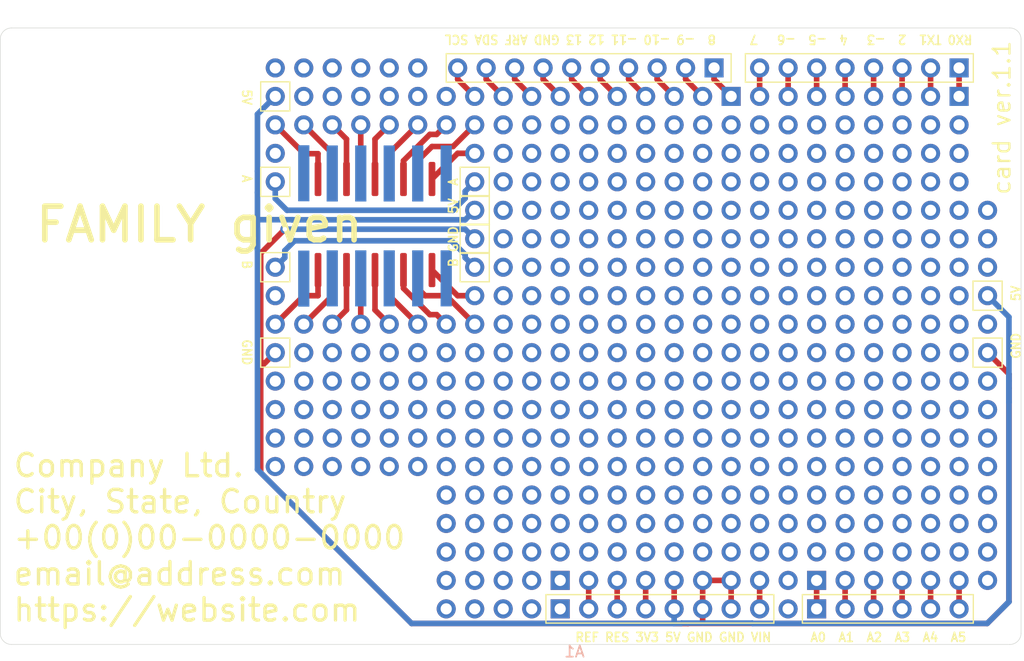
<source format=kicad_pcb>
(kicad_pcb (version 20171130) (host pcbnew "(5.1.2)-1")
  (layers (0 F.Cu signal) (31 B.Cu signal) (34 B.Paste user) (35 F.Paste user) (36 B.SilkS user) (37 F.SilkS user) (38 B.Mask user) (39 F.Mask user) (44 Edge.Cuts user))
  (net 0 "")
  (net 1 "Net-(A1-Pad32)")
  (net 2 "Net-(A1-Pad31)")
  (net 3 "Net-(A1-Pad1)")
  (net 4 "Net-(A1-Pad17)")
  (net 5 "Net-(A1-Pad2)")
  (net 6 "Net-(A1-Pad18)")
  (net 7 "Net-(A1-Pad3)")
  (net 8 "Net-(A1-Pad19)")
  (net 9 "Net-(A1-Pad4)")
  (net 10 "Net-(A1-Pad20)")
  (net 11 "Net-(A1-Pad21)")
  (net 12 "Net-(A1-Pad22)")
  (net 13 "Net-(A1-Pad23)")
  (net 14 "Net-(A1-Pad8)")
  (net 15 "Net-(A1-Pad24)")
  (net 16 "Net-(A1-Pad9)")
  (net 17 "Net-(A1-Pad25)")
  (net 18 "Net-(A1-Pad10)")
  (net 19 "Net-(A1-Pad26)")
  (net 20 "Net-(A1-Pad11)")
  (net 21 "Net-(A1-Pad27)")
  (net 22 "Net-(A1-Pad12)")
  (net 23 "Net-(A1-Pad28)")
  (net 24 "Net-(A1-Pad13)")
  (net 25 "Net-(A1-Pad14)")
  (net 26 "Net-(A1-Pad30)")
  (net 27 "Net-(A1-Pad15)")
  (net 28 "Net-(A1-Pad16)")
  (net 29 "Net-(J4-Pad1)")
  (net 30 +5V)
  (net 31 0)
  (net 32 "Net-(J11-Pad1)")
  (net 33 "Net-(J12-Pad1)")
  (net 34 "Net-(J13-Pad1)")
  (net 35 "Net-(J14-Pad1)")
  (net 36 "Net-(J15-Pad1)")
  (net 37 "Net-(J16-Pad1)")
  (net 38 "Net-(J17-Pad1)")
  (net 39 "Net-(J18-Pad1)")
  (net 40 "Net-(J19-Pad1)")
  (net 41 "Net-(J20-Pad18)")
  (net 42 "Net-(J20-Pad17)")
  (net 43 "Net-(J20-Pad16)")
  (net 44 "Net-(J20-Pad15)")
  (net 45 "Net-(J20-Pad14)")
  (net 46 "Net-(J20-Pad13)")
  (net 47 "Net-(J20-Pad12)")
  (net 48 "Net-(J20-Pad11)")
  (net 49 "Net-(J20-Pad10)")
  (net 50 "Net-(J30-Pad1)")
  (net 51 "Net-(J31-Pad1)")
  (module Arduino:Arduino_UNO_R3_mod (layer B.Cu) (at 149.915 116.825)
    (fp_text reference A1 (at 1.27 3.81 -180) (layer B.SilkS) (effects (justify mirror)))
    (fp_text value Arduino_UNO_R3_mod)
    (pad 32 thru_hole circle (at -9.14 -48.26 270) (size 1.7 1.7) (drill 1) (layers *.Cu *.Mask) (net 1 "Net-(A1-Pad32)"))
    (pad 31 thru_hole circle (at -6.6 -48.26 270) (size 1.7 1.7) (drill 1) (layers *.Cu *.Mask) (net 2 "Net-(A1-Pad31)"))
    (pad 1 thru_hole rect (at 0 0 270) (size 1.7 1.7) (drill 1) (layers *.Cu *.Mask) (net 3 "Net-(A1-Pad1)"))
    (pad 17 thru_hole circle (at 30.48 -48.26 270) (size 1.7 1.7) (drill 1) (layers *.Cu *.Mask) (net 4 "Net-(A1-Pad17)"))
    (pad 2 thru_hole circle (at 2.54 0 270) (size 1.7 1.7) (drill 1) (layers *.Cu *.Mask) (net 5 "Net-(A1-Pad2)"))
    (pad 18 thru_hole circle (at 27.94 -48.26 270) (size 1.7 1.7) (drill 1) (layers *.Cu *.Mask) (net 6 "Net-(A1-Pad18)"))
    (pad 3 thru_hole circle (at 5.08 0 270) (size 1.7 1.7) (drill 1) (layers *.Cu *.Mask) (net 7 "Net-(A1-Pad3)"))
    (pad 19 thru_hole circle (at 25.4 -48.26 270) (size 1.7 1.7) (drill 1) (layers *.Cu *.Mask) (net 8 "Net-(A1-Pad19)"))
    (pad 4 thru_hole circle (at 7.62 0 270) (size 1.7 1.7) (drill 1) (layers *.Cu *.Mask) (net 9 "Net-(A1-Pad4)"))
    (pad 20 thru_hole circle (at 22.86 -48.26 270) (size 1.7 1.7) (drill 1) (layers *.Cu *.Mask) (net 10 "Net-(A1-Pad20)"))
    (pad 5 thru_hole circle (at 10.16 0 270) (size 1.7 1.7) (drill 1) (layers *.Cu *.Mask) (net 30 +5V))
    (pad 21 thru_hole circle (at 20.32 -48.26 270) (size 1.7 1.7) (drill 1) (layers *.Cu *.Mask) (net 11 "Net-(A1-Pad21)"))
    (pad 6 thru_hole circle (at 12.7 0 270) (size 1.7 1.7) (drill 1) (layers *.Cu *.Mask) (net 31 0))
    (pad 22 thru_hole circle (at 17.78 -48.26 270) (size 1.7 1.7) (drill 1) (layers *.Cu *.Mask) (net 12 "Net-(A1-Pad22)"))
    (pad 7 thru_hole circle (at 15.24 0 270) (size 1.7 1.7) (drill 1) (layers *.Cu *.Mask) (net 31 0))
    (pad 8 thru_hole circle (at 17.78 0 270) (size 1.7 1.7) (drill 1) (layers *.Cu *.Mask) (net 14 "Net-(A1-Pad8)"))
    (pad 24 thru_hole circle (at 11.18 -48.26 270) (size 1.7 1.7) (drill 1) (layers *.Cu *.Mask) (net 15 "Net-(A1-Pad24)"))
    (pad 25 thru_hole circle (at 8.64 -48.26 270) (size 1.7 1.7) (drill 1) (layers *.Cu *.Mask) (net 17 "Net-(A1-Pad25)"))
    (pad 10 thru_hole circle (at 25.4 0 270) (size 1.7 1.7) (drill 1) (layers *.Cu *.Mask) (net 18 "Net-(A1-Pad10)"))
    (pad 26 thru_hole circle (at 6.1 -48.26 270) (size 1.7 1.7) (drill 1) (layers *.Cu *.Mask) (net 19 "Net-(A1-Pad26)"))
    (pad 11 thru_hole circle (at 27.94 0 270) (size 1.7 1.7) (drill 1) (layers *.Cu *.Mask) (net 20 "Net-(A1-Pad11)"))
    (pad 27 thru_hole circle (at 3.56 -48.26 270) (size 1.7 1.7) (drill 1) (layers *.Cu *.Mask) (net 21 "Net-(A1-Pad27)"))
    (pad 12 thru_hole circle (at 30.48 0 270) (size 1.7 1.7) (drill 1) (layers *.Cu *.Mask) (net 22 "Net-(A1-Pad12)"))
    (pad 28 thru_hole circle (at 1.02 -48.26 270) (size 1.7 1.7) (drill 1) (layers *.Cu *.Mask) (net 23 "Net-(A1-Pad28)"))
    (pad 13 thru_hole circle (at 33.02 0 270) (size 1.7 1.7) (drill 1) (layers *.Cu *.Mask) (net 24 "Net-(A1-Pad13)"))
    (pad 29 thru_hole circle (at -1.52 -48.26 270) (size 1.7 1.7) (drill 1) (layers *.Cu *.Mask) (net 3 "Net-(A1-Pad1)"))
    (pad 14 thru_hole circle (at 35.56 0 270) (size 1.7 1.7) (drill 1) (layers *.Cu *.Mask) (net 25 "Net-(A1-Pad14)"))
    (pad 30 thru_hole circle (at -4.06 -48.26 270) (size 1.7 1.7) (drill 1) (layers *.Cu *.Mask) (net 26 "Net-(A1-Pad30)"))
    (pad 16 thru_hole circle (at 33.02 -48.26 270) (size 1.7 1.7) (drill 1) (layers *.Cu *.Mask) (net 28 "Net-(A1-Pad16)"))
    (pad 9 thru_hole rect (at 22.86 0 270) (size 1.7 1.7) (drill 1) (layers *.Cu *.Mask) (net 16 "Net-(A1-Pad9)"))
    (pad 15 thru_hole rect (at 35.56 -48.26 270) (size 1.7 1.7) (drill 1) (layers *.Cu *.Mask) (net 27 "Net-(A1-Pad15)"))
    (pad 23 thru_hole rect (at 13.716 -48.26 270) (size 1.7 1.7) (drill 1) (layers *.Cu *.Mask) (net 13 "Net-(A1-Pad23)"))
  )
  (module Connector_Wire:SolderWirePad_1x01_Drill0.8mm_mod (layer F.Cu) (at 124.515 96.505)
    (fp_text reference REF** hide)
    (fp_text value SolderWirePad_1x01_Drill0.8mm_mod hide)
    (pad 1 thru_hole circle (at 0 0) (size 1.7 1.7) (drill 1) (layers *.Cu *.Mask))
  )
  (module Connector_Wire:SolderWirePad_1x01_Drill0.8mm_mod (layer F.Cu) (at 127.055 93.965)
    (fp_text reference REF** hide)
    (fp_text value SolderWirePad_1x01_Drill0.8mm_mod hide)
    (pad 1 thru_hole circle (at 0 0) (size 1.7 1.7) (drill 1) (layers *.Cu *.Mask))
  )
  (module Connector_Wire:SolderWirePad_1x01_Drill0.8mm_mod (layer F.Cu) (at 129.595 93.965)
    (fp_text reference REF** hide)
    (fp_text value SolderWirePad_1x01_Drill0.8mm_mod hide)
    (pad 1 thru_hole circle (at 0 0) (size 1.7 1.7) (drill 1) (layers *.Cu *.Mask))
  )
  (module Connector_Wire:SolderWirePad_1x01_Drill0.8mm_mod (layer F.Cu) (at 132.135 93.965)
    (fp_text reference REF** hide)
    (fp_text value SolderWirePad_1x01_Drill0.8mm_mod hide)
    (pad 1 thru_hole circle (at 0 0) (size 1.7 1.7) (drill 1) (layers *.Cu *.Mask))
  )
  (module Connector_Wire:SolderWirePad_1x01_Drill0.8mm_mod (layer F.Cu) (at 142.295 93.965)
    (fp_text reference REF** hide)
    (fp_text value SolderWirePad_1x01_Drill0.8mm_mod hide)
    (pad 1 thru_hole circle (at 0 0) (size 1.7 1.7) (drill 1) (layers *.Cu *.Mask))
  )
  (module Connector_Wire:SolderWirePad_1x01_Drill0.8mm_mod (layer F.Cu) (at 134.675 93.965)
    (fp_text reference REF** hide)
    (fp_text value SolderWirePad_1x01_Drill0.8mm_mod hide)
    (pad 1 thru_hole circle (at 0 0) (size 1.7 1.7) (drill 1) (layers *.Cu *.Mask))
  )
  (module Connector_Wire:SolderWirePad_1x01_Drill0.8mm_mod (layer F.Cu) (at 137.215 93.965)
    (fp_text reference REF** hide)
    (fp_text value SolderWirePad_1x01_Drill0.8mm_mod hide)
    (pad 1 thru_hole circle (at 0 0) (size 1.7 1.7) (drill 1) (layers *.Cu *.Mask))
  )
  (module Connector_Wire:SolderWirePad_1x01_Drill0.8mm_mod (layer F.Cu) (at 139.755 93.965)
    (fp_text reference REF** hide)
    (fp_text value SolderWirePad_1x01_Drill0.8mm_mod hide)
    (pad 1 thru_hole circle (at 0 0) (size 1.7 1.7) (drill 1) (layers *.Cu *.Mask))
  )
  (module Connector_Wire:SolderWirePad_1x01_Drill0.8mm_mod (layer F.Cu) (at 127.055 96.505)
    (fp_text reference REF** hide)
    (fp_text value SolderWirePad_1x01_Drill0.8mm_mod hide)
    (pad 1 thru_hole circle (at 0 0) (size 1.7 1.7) (drill 1) (layers *.Cu *.Mask))
  )
  (module Connector_Wire:SolderWirePad_1x01_Drill0.8mm_mod (layer F.Cu) (at 129.595 96.505)
    (fp_text reference REF** hide)
    (fp_text value SolderWirePad_1x01_Drill0.8mm_mod hide)
    (pad 1 thru_hole circle (at 0 0) (size 1.7 1.7) (drill 1) (layers *.Cu *.Mask))
  )
  (module Connector_Wire:SolderWirePad_1x01_Drill0.8mm_mod (layer F.Cu) (at 132.135 96.505)
    (fp_text reference REF** hide)
    (fp_text value SolderWirePad_1x01_Drill0.8mm_mod hide)
    (pad 1 thru_hole circle (at 0 0) (size 1.7 1.7) (drill 1) (layers *.Cu *.Mask))
  )
  (module Connector_Wire:SolderWirePad_1x01_Drill0.8mm_mod (layer F.Cu) (at 142.295 96.505)
    (fp_text reference REF** hide)
    (fp_text value SolderWirePad_1x01_Drill0.8mm_mod hide)
    (pad 1 thru_hole circle (at 0 0) (size 1.7 1.7) (drill 1) (layers *.Cu *.Mask))
  )
  (module Connector_Wire:SolderWirePad_1x01_Drill0.8mm_mod (layer F.Cu) (at 134.675 96.505)
    (fp_text reference REF** hide)
    (fp_text value SolderWirePad_1x01_Drill0.8mm_mod hide)
    (pad 1 thru_hole circle (at 0 0) (size 1.7 1.7) (drill 1) (layers *.Cu *.Mask))
  )
  (module Connector_Wire:SolderWirePad_1x01_Drill0.8mm_mod (layer F.Cu) (at 137.215 96.505)
    (fp_text reference REF** hide)
    (fp_text value SolderWirePad_1x01_Drill0.8mm_mod hide)
    (pad 1 thru_hole circle (at 0 0) (size 1.7 1.7) (drill 1) (layers *.Cu *.Mask))
  )
  (module Connector_Wire:SolderWirePad_1x01_Drill0.8mm_mod (layer F.Cu) (at 139.755 96.505)
    (fp_text reference REF** hide)
    (fp_text value SolderWirePad_1x01_Drill0.8mm_mod hide)
    (pad 1 thru_hole circle (at 0 0) (size 1.7 1.7) (drill 1) (layers *.Cu *.Mask))
  )
  (module Connector_Wire:SolderWirePad_1x01_Drill0.8mm_mod (layer F.Cu) (at 124.515 88.885)
    (fp_text reference REF** hide)
    (fp_text value SolderWirePad_1x01_Drill0.8mm_mod hide)
    (pad 1 thru_hole circle (at 0 0) (size 1.7 1.7) (drill 1) (layers *.Cu *.Mask))
  )
  (module Connector_Wire:SolderWirePad_1x01_Drill0.8mm_mod (layer F.Cu) (at 124.515 76.185)
    (fp_text reference REF** hide)
    (fp_text value SolderWirePad_1x01_Drill0.8mm_mod hide)
    (pad 1 thru_hole circle (at 0 0) (size 1.7 1.7) (drill 1) (layers *.Cu *.Mask))
  )
  (module Connector_Wire:SolderWirePad_1x01_Drill0.8mm_mod (layer F.Cu) (at 124.515 68.565)
    (fp_text reference REF** hide)
    (fp_text value SolderWirePad_1x01_Drill0.8mm_mod hide)
    (pad 1 thru_hole circle (at 0 0) (size 1.7 1.7) (drill 1) (layers *.Cu *.Mask))
  )
  (module Connector_Wire:SolderWirePad_1x01_Drill0.8mm_mod (layer F.Cu) (at 127.055 71.105)
    (fp_text reference REF** hide)
    (fp_text value SolderWirePad_1x01_Drill0.8mm_mod hide)
    (pad 1 thru_hole circle (at 0 0) (size 1.7 1.7) (drill 1) (layers *.Cu *.Mask))
  )
  (module Connector_Wire:SolderWirePad_1x01_Drill0.8mm_mod (layer F.Cu) (at 127.055 68.565)
    (fp_text reference REF** hide)
    (fp_text value SolderWirePad_1x01_Drill0.8mm_mod hide)
    (pad 1 thru_hole circle (at 0 0) (size 1.7 1.7) (drill 1) (layers *.Cu *.Mask))
  )
  (module Connector_Wire:SolderWirePad_1x01_Drill0.8mm_mod (layer F.Cu) (at 129.595 71.105)
    (fp_text reference REF** hide)
    (fp_text value SolderWirePad_1x01_Drill0.8mm_mod hide)
    (pad 1 thru_hole circle (at 0 0) (size 1.7 1.7) (drill 1) (layers *.Cu *.Mask))
  )
  (module Connector_Wire:SolderWirePad_1x01_Drill0.8mm_mod (layer F.Cu) (at 129.595 68.565)
    (fp_text reference REF** hide)
    (fp_text value SolderWirePad_1x01_Drill0.8mm_mod hide)
    (pad 1 thru_hole circle (at 0 0) (size 1.7 1.7) (drill 1) (layers *.Cu *.Mask))
  )
  (module Connector_Wire:SolderWirePad_1x01_Drill0.8mm_mod (layer F.Cu) (at 132.135 71.105)
    (fp_text reference REF** hide)
    (fp_text value SolderWirePad_1x01_Drill0.8mm_mod hide)
    (pad 1 thru_hole circle (at 0 0) (size 1.7 1.7) (drill 1) (layers *.Cu *.Mask))
  )
  (module Connector_Wire:SolderWirePad_1x01_Drill0.8mm_mod (layer F.Cu) (at 132.135 68.565)
    (fp_text reference REF** hide)
    (fp_text value SolderWirePad_1x01_Drill0.8mm_mod hide)
    (pad 1 thru_hole circle (at 0 0) (size 1.7 1.7) (drill 1) (layers *.Cu *.Mask))
  )
  (module Connector_Wire:SolderWirePad_1x01_Drill0.8mm_mod (layer F.Cu) (at 134.675 71.105)
    (fp_text reference REF** hide)
    (fp_text value SolderWirePad_1x01_Drill0.8mm_mod hide)
    (pad 1 thru_hole circle (at 0 0) (size 1.7 1.7) (drill 1) (layers *.Cu *.Mask))
  )
  (module Connector_Wire:SolderWirePad_1x01_Drill0.8mm_mod (layer F.Cu) (at 134.675 68.565)
    (fp_text reference REF** hide)
    (fp_text value SolderWirePad_1x01_Drill0.8mm_mod hide)
    (pad 1 thru_hole circle (at 0 0) (size 1.7 1.7) (drill 1) (layers *.Cu *.Mask))
  )
  (module Connector_Wire:SolderWirePad_1x01_Drill0.8mm_mod (layer F.Cu) (at 188.015 114.285)
    (fp_text reference REF** hide)
    (fp_text value SolderWirePad_1x01_Drill0.8mm_mod hide)
    (pad 1 thru_hole circle (at 0 0) (size 1.7 1.7) (drill 1) (layers *.Cu *.Mask))
  )
  (module Connector_Wire:SolderWirePad_1x01_Drill0.8mm_mod (layer F.Cu) (at 188.015 111.745)
    (fp_text reference REF** hide)
    (fp_text value SolderWirePad_1x01_Drill0.8mm_mod hide)
    (pad 1 thru_hole circle (at 0 0) (size 1.7 1.7) (drill 1) (layers *.Cu *.Mask))
  )
  (module Connector_Wire:SolderWirePad_1x01_Drill0.8mm_mod (layer F.Cu) (at 188.015 109.205)
    (fp_text reference REF** hide)
    (fp_text value SolderWirePad_1x01_Drill0.8mm_mod hide)
    (pad 1 thru_hole circle (at 0 0) (size 1.7 1.7) (drill 1) (layers *.Cu *.Mask))
  )
  (module Connector_Wire:SolderWirePad_1x01_Drill0.8mm_mod (layer F.Cu) (at 188.015 106.665)
    (fp_text reference REF** hide)
    (fp_text value SolderWirePad_1x01_Drill0.8mm_mod hide)
    (pad 1 thru_hole circle (at 0 0) (size 1.7 1.7) (drill 1) (layers *.Cu *.Mask))
  )
  (module Connector_Wire:SolderWirePad_1x01_Drill0.8mm_mod (layer F.Cu) (at 188.015 104.125)
    (fp_text reference REF** hide)
    (fp_text value SolderWirePad_1x01_Drill0.8mm_mod hide)
    (pad 1 thru_hole circle (at 0 0) (size 1.7 1.7) (drill 1) (layers *.Cu *.Mask))
  )
  (module Connector_Wire:SolderWirePad_1x01_Drill0.8mm_mod (layer F.Cu) (at 188.015 101.585)
    (fp_text reference REF** hide)
    (fp_text value SolderWirePad_1x01_Drill0.8mm_mod hide)
    (pad 1 thru_hole circle (at 0 0) (size 1.7 1.7) (drill 1) (layers *.Cu *.Mask))
  )
  (module Connector_Wire:SolderWirePad_1x01_Drill0.8mm_mod (layer F.Cu) (at 188.015 99.045)
    (fp_text reference REF** hide)
    (fp_text value SolderWirePad_1x01_Drill0.8mm_mod hide)
    (pad 1 thru_hole circle (at 0 0) (size 1.7 1.7) (drill 1) (layers *.Cu *.Mask))
  )
  (module Connector_Wire:SolderWirePad_1x01_Drill0.8mm_mod (layer F.Cu) (at 188.015 96.505)
    (fp_text reference REF** hide)
    (fp_text value SolderWirePad_1x01_Drill0.8mm_mod hide)
    (pad 1 thru_hole circle (at 0 0) (size 1.7 1.7) (drill 1) (layers *.Cu *.Mask))
  )
  (module Connector_Wire:SolderWirePad_1x01_Drill0.8mm_mod (layer F.Cu) (at 188.015 91.425)
    (fp_text reference REF** hide)
    (fp_text value SolderWirePad_1x01_Drill0.8mm_mod hide)
    (pad 1 thru_hole circle (at 0 0) (size 1.7 1.7) (drill 1) (layers *.Cu *.Mask))
  )
  (module Connector_Wire:SolderWirePad_1x01_Drill0.8mm_mod (layer F.Cu) (at 188.015 86.345)
    (fp_text reference REF** hide)
    (fp_text value SolderWirePad_1x01_Drill0.8mm_mod hide)
    (pad 1 thru_hole circle (at 0 0) (size 1.7 1.7) (drill 1) (layers *.Cu *.Mask))
  )
  (module Connector_Wire:SolderWirePad_1x01_Drill0.8mm_mod (layer F.Cu) (at 188.015 83.805)
    (fp_text reference REF** hide)
    (fp_text value SolderWirePad_1x01_Drill0.8mm_mod hide)
    (pad 1 thru_hole circle (at 0 0) (size 1.7 1.7) (drill 1) (layers *.Cu *.Mask))
  )
  (module Connector_Wire:SolderWirePad_1x01_Drill0.8mm_mod (layer F.Cu) (at 188.015 81.265)
    (fp_text reference REF** hide)
    (fp_text value SolderWirePad_1x01_Drill0.8mm_mod hide)
    (pad 1 thru_hole circle (at 0 0) (size 1.7 1.7) (drill 1) (layers *.Cu *.Mask))
  )
  (module Connector_Wire:SolderWirePad_1x01_Drill0.8mm_mod (layer F.Cu) (at 137.215 68.565)
    (fp_text reference REF** hide)
    (fp_text value SolderWirePad_1x01_Drill0.8mm_mod hide)
    (pad 1 thru_hole circle (at 0 0) (size 1.7 1.7) (drill 1) (layers *.Cu *.Mask))
  )
  (module Connector_Wire:SolderWirePad_1x01_Drill0.8mm_mod (layer F.Cu) (at 137.215 71.105)
    (fp_text reference REF** hide)
    (fp_text value SolderWirePad_1x01_Drill0.8mm_mod hide)
    (pad 1 thru_hole circle (at 0 0) (size 1.7 1.7) (drill 1) (layers *.Cu *.Mask))
  )
  (module Connector_Wire:SolderWirePad_1x01_Drill0.8mm_mod (layer F.Cu) (at 124.515 104.125)
    (fp_text reference REF** hide)
    (fp_text value SolderWirePad_1x01_Drill0.8mm_mod hide)
    (pad 1 thru_hole circle (at 0 0) (size 1.7 1.7) (drill 1) (layers *.Cu *.Mask))
  )
  (module Connector_Wire:SolderWirePad_1x01_Drill0.8mm_mod (layer F.Cu) (at 124.515 99.045)
    (fp_text reference REF** hide)
    (fp_text value SolderWirePad_1x01_Drill0.8mm_mod hide)
    (pad 1 thru_hole circle (at 0 0) (size 1.7 1.7) (drill 1) (layers *.Cu *.Mask))
  )
  (module Connector_Wire:SolderWirePad_1x01_Drill0.8mm_mod (layer F.Cu) (at 124.515 101.585)
    (fp_text reference REF** hide)
    (fp_text value SolderWirePad_1x01_Drill0.8mm_mod hide)
    (pad 1 thru_hole circle (at 0 0) (size 1.7 1.7) (drill 1) (layers *.Cu *.Mask))
  )
  (module Connector_Wire:SolderWirePad_1x01_Drill0.8mm_mod (layer F.Cu) (at 127.055 104.125)
    (fp_text reference REF** hide)
    (fp_text value SolderWirePad_1x01_Drill0.8mm_mod hide)
    (pad 1 thru_hole circle (at 0 0) (size 1.7 1.7) (drill 1) (layers *.Cu *.Mask))
  )
  (module Connector_Wire:SolderWirePad_1x01_Drill0.8mm_mod (layer F.Cu) (at 127.055 99.045)
    (fp_text reference REF** hide)
    (fp_text value SolderWirePad_1x01_Drill0.8mm_mod hide)
    (pad 1 thru_hole circle (at 0 0) (size 1.7 1.7) (drill 1) (layers *.Cu *.Mask))
  )
  (module Connector_Wire:SolderWirePad_1x01_Drill0.8mm_mod (layer F.Cu) (at 127.055 101.585)
    (fp_text reference REF** hide)
    (fp_text value SolderWirePad_1x01_Drill0.8mm_mod hide)
    (pad 1 thru_hole circle (at 0 0) (size 1.7 1.7) (drill 1) (layers *.Cu *.Mask))
  )
  (module Connector_Wire:SolderWirePad_1x01_Drill0.8mm_mod (layer F.Cu) (at 129.595 104.125)
    (fp_text reference REF** hide)
    (fp_text value SolderWirePad_1x01_Drill0.8mm_mod hide)
    (pad 1 thru_hole circle (at 0 0) (size 1.7 1.7) (drill 1) (layers *.Cu *.Mask))
  )
  (module Connector_Wire:SolderWirePad_1x01_Drill0.8mm_mod (layer F.Cu) (at 129.595 99.045)
    (fp_text reference REF** hide)
    (fp_text value SolderWirePad_1x01_Drill0.8mm_mod hide)
    (pad 1 thru_hole circle (at 0 0) (size 1.7 1.7) (drill 1) (layers *.Cu *.Mask))
  )
  (module Connector_Wire:SolderWirePad_1x01_Drill0.8mm_mod (layer F.Cu) (at 129.595 101.585)
    (fp_text reference REF** hide)
    (fp_text value SolderWirePad_1x01_Drill0.8mm_mod hide)
    (pad 1 thru_hole circle (at 0 0) (size 1.7 1.7) (drill 1) (layers *.Cu *.Mask))
  )
  (module Connector_Wire:SolderWirePad_1x01_Drill0.8mm_mod (layer F.Cu) (at 132.135 104.125)
    (fp_text reference REF** hide)
    (fp_text value SolderWirePad_1x01_Drill0.8mm_mod hide)
    (pad 1 thru_hole circle (at 0 0) (size 1.7 1.7) (drill 1) (layers *.Cu *.Mask))
  )
  (module Connector_Wire:SolderWirePad_1x01_Drill0.8mm_mod (layer F.Cu) (at 132.135 99.045)
    (fp_text reference REF** hide)
    (fp_text value SolderWirePad_1x01_Drill0.8mm_mod hide)
    (pad 1 thru_hole circle (at 0 0) (size 1.7 1.7) (drill 1) (layers *.Cu *.Mask))
  )
  (module Connector_Wire:SolderWirePad_1x01_Drill0.8mm_mod (layer F.Cu) (at 132.135 101.585)
    (fp_text reference REF** hide)
    (fp_text value SolderWirePad_1x01_Drill0.8mm_mod hide)
    (pad 1 thru_hole circle (at 0 0) (size 1.7 1.7) (drill 1) (layers *.Cu *.Mask))
  )
  (module Connector_Wire:SolderWirePad_1x01_Drill0.8mm_mod (layer F.Cu) (at 134.675 104.125)
    (fp_text reference REF** hide)
    (fp_text value SolderWirePad_1x01_Drill0.8mm_mod hide)
    (pad 1 thru_hole circle (at 0 0) (size 1.7 1.7) (drill 1) (layers *.Cu *.Mask))
  )
  (module Connector_Wire:SolderWirePad_1x01_Drill0.8mm_mod (layer F.Cu) (at 134.675 99.045)
    (fp_text reference REF** hide)
    (fp_text value SolderWirePad_1x01_Drill0.8mm_mod hide)
    (pad 1 thru_hole circle (at 0 0) (size 1.7 1.7) (drill 1) (layers *.Cu *.Mask))
  )
  (module Connector_Wire:SolderWirePad_1x01_Drill0.8mm_mod (layer F.Cu) (at 134.675 101.585)
    (fp_text reference REF** hide)
    (fp_text value SolderWirePad_1x01_Drill0.8mm_mod hide)
    (pad 1 thru_hole circle (at 0 0) (size 1.7 1.7) (drill 1) (layers *.Cu *.Mask))
  )
  (module Connector_Wire:SolderWirePad_1x01_Drill0.8mm_mod (layer F.Cu) (at 137.215 104.125)
    (fp_text reference REF** hide)
    (fp_text value SolderWirePad_1x01_Drill0.8mm_mod hide)
    (pad 1 thru_hole circle (at 0 0) (size 1.7 1.7) (drill 1) (layers *.Cu *.Mask))
  )
  (module Connector_Wire:SolderWirePad_1x01_Drill0.8mm_mod (layer F.Cu) (at 137.215 99.045)
    (fp_text reference REF** hide)
    (fp_text value SolderWirePad_1x01_Drill0.8mm_mod hide)
    (pad 1 thru_hole circle (at 0 0) (size 1.7 1.7) (drill 1) (layers *.Cu *.Mask))
  )
  (module Connector_Wire:SolderWirePad_1x01_Drill0.8mm_mod (layer F.Cu) (at 137.215 101.585)
    (fp_text reference REF** hide)
    (fp_text value SolderWirePad_1x01_Drill0.8mm_mod hide)
    (pad 1 thru_hole circle (at 0 0) (size 1.7 1.7) (drill 1) (layers *.Cu *.Mask))
  )
  (module Connector_Wire:SolderWirePad_1x01_Drill0.8mm_mod (layer F.Cu) (at 142.295 111.745)
    (fp_text reference REF** hide)
    (fp_text value SolderWirePad_1x01_Drill0.8mm_mod hide)
    (pad 1 thru_hole circle (at 0 0) (size 1.7 1.7) (drill 1) (layers *.Cu *.Mask))
  )
  (module Connector_Wire:SolderWirePad_1x01_Drill0.8mm_mod (layer F.Cu) (at 139.755 114.285)
    (fp_text reference REF** hide)
    (fp_text value SolderWirePad_1x01_Drill0.8mm_mod hide)
    (pad 1 thru_hole circle (at 0 0) (size 1.7 1.7) (drill 1) (layers *.Cu *.Mask))
  )
  (module Connector_Wire:SolderWirePad_1x01_Drill0.8mm_mod (layer F.Cu) (at 142.295 116.825)
    (fp_text reference REF** hide)
    (fp_text value SolderWirePad_1x01_Drill0.8mm_mod hide)
    (pad 1 thru_hole circle (at 0 0) (size 1.7 1.7) (drill 1) (layers *.Cu *.Mask))
  )
  (module Connector_Wire:SolderWirePad_1x01_Drill0.8mm_mod (layer F.Cu) (at 139.755 116.825)
    (fp_text reference REF** hide)
    (fp_text value SolderWirePad_1x01_Drill0.8mm_mod hide)
    (pad 1 thru_hole circle (at 0 0) (size 1.7 1.7) (drill 1) (layers *.Cu *.Mask))
  )
  (module Connector_Wire:SolderWirePad_1x01_Drill0.8mm_mod (layer F.Cu) (at 142.295 114.285)
    (fp_text reference REF** hide)
    (fp_text value SolderWirePad_1x01_Drill0.8mm_mod hide)
    (pad 1 thru_hole circle (at 0 0) (size 1.7 1.7) (drill 1) (layers *.Cu *.Mask))
  )
  (module Connector_Wire:SolderWirePad_1x01_Drill0.8mm_mod (layer F.Cu) (at 139.755 109.205)
    (fp_text reference REF** hide)
    (fp_text value SolderWirePad_1x01_Drill0.8mm_mod hide)
    (pad 1 thru_hole circle (at 0 0) (size 1.7 1.7) (drill 1) (layers *.Cu *.Mask))
  )
  (module Connector_Wire:SolderWirePad_1x01_Drill0.8mm_mod (layer F.Cu) (at 139.755 106.665)
    (fp_text reference REF** hide)
    (fp_text value SolderWirePad_1x01_Drill0.8mm_mod hide)
    (pad 1 thru_hole circle (at 0 0) (size 1.7 1.7) (drill 1) (layers *.Cu *.Mask))
  )
  (module Connector_Wire:SolderWirePad_1x01_Drill0.8mm_mod (layer F.Cu) (at 142.295 101.585)
    (fp_text reference REF** hide)
    (fp_text value SolderWirePad_1x01_Drill0.8mm_mod hide)
    (pad 1 thru_hole circle (at 0 0) (size 1.7 1.7) (drill 1) (layers *.Cu *.Mask))
  )
  (module Connector_Wire:SolderWirePad_1x01_Drill0.8mm_mod (layer F.Cu) (at 142.295 109.205)
    (fp_text reference REF** hide)
    (fp_text value SolderWirePad_1x01_Drill0.8mm_mod hide)
    (pad 1 thru_hole circle (at 0 0) (size 1.7 1.7) (drill 1) (layers *.Cu *.Mask))
  )
  (module Connector_Wire:SolderWirePad_1x01_Drill0.8mm_mod (layer F.Cu) (at 142.295 104.125)
    (fp_text reference REF** hide)
    (fp_text value SolderWirePad_1x01_Drill0.8mm_mod hide)
    (pad 1 thru_hole circle (at 0 0) (size 1.7 1.7) (drill 1) (layers *.Cu *.Mask))
  )
  (module Connector_Wire:SolderWirePad_1x01_Drill0.8mm_mod (layer F.Cu) (at 139.755 104.125)
    (fp_text reference REF** hide)
    (fp_text value SolderWirePad_1x01_Drill0.8mm_mod hide)
    (pad 1 thru_hole circle (at 0 0) (size 1.7 1.7) (drill 1) (layers *.Cu *.Mask))
  )
  (module Connector_Wire:SolderWirePad_1x01_Drill0.8mm_mod (layer F.Cu) (at 142.295 106.665)
    (fp_text reference REF** hide)
    (fp_text value SolderWirePad_1x01_Drill0.8mm_mod hide)
    (pad 1 thru_hole circle (at 0 0) (size 1.7 1.7) (drill 1) (layers *.Cu *.Mask))
  )
  (module Connector_Wire:SolderWirePad_1x01_Drill0.8mm_mod (layer F.Cu) (at 139.755 99.045)
    (fp_text reference REF** hide)
    (fp_text value SolderWirePad_1x01_Drill0.8mm_mod hide)
    (pad 1 thru_hole circle (at 0 0) (size 1.7 1.7) (drill 1) (layers *.Cu *.Mask))
  )
  (module Connector_Wire:SolderWirePad_1x01_Drill0.8mm_mod (layer F.Cu) (at 139.755 101.585)
    (fp_text reference REF** hide)
    (fp_text value SolderWirePad_1x01_Drill0.8mm_mod hide)
    (pad 1 thru_hole circle (at 0 0) (size 1.7 1.7) (drill 1) (layers *.Cu *.Mask))
  )
  (module Connector_Wire:SolderWirePad_1x01_Drill0.8mm_mod (layer F.Cu) (at 142.295 99.045)
    (fp_text reference REF** hide)
    (fp_text value SolderWirePad_1x01_Drill0.8mm_mod hide)
    (pad 1 thru_hole circle (at 0 0) (size 1.7 1.7) (drill 1) (layers *.Cu *.Mask))
  )
  (module Connector_Wire:SolderWirePad_1x01_Drill0.8mm_mod (layer F.Cu) (at 139.755 111.745)
    (fp_text reference REF** hide)
    (fp_text value SolderWirePad_1x01_Drill0.8mm_mod hide)
    (pad 1 thru_hole circle (at 0 0) (size 1.7 1.7) (drill 1) (layers *.Cu *.Mask))
  )
  (module Connector_Wire:SolderWirePad_1x01_Drill0.8mm_mod (layer F.Cu) (at 144.835 114.285)
    (fp_text reference REF** hide)
    (fp_text value SolderWirePad_1x01_Drill0.8mm_mod hide)
    (pad 1 thru_hole circle (at 0 0) (size 1.7 1.7) (drill 1) (layers *.Cu *.Mask))
  )
  (module Connector_Wire:SolderWirePad_1x01_Drill0.8mm_mod (layer F.Cu) (at 144.835 116.825)
    (fp_text reference REF** hide)
    (fp_text value SolderWirePad_1x01_Drill0.8mm_mod hide)
    (pad 1 thru_hole circle (at 0 0) (size 1.7 1.7) (drill 1) (layers *.Cu *.Mask))
  )
  (module Connector_Wire:SolderWirePad_1x01_Drill0.8mm_mod (layer F.Cu) (at 147.375 116.825)
    (fp_text reference REF** hide)
    (fp_text value SolderWirePad_1x01_Drill0.8mm_mod hide)
    (pad 1 thru_hole circle (at 0 0) (size 1.7 1.7) (drill 1) (layers *.Cu *.Mask))
  )
  (module Connector_Wire:SolderWirePad_1x01_Drill0.8mm_mod (layer F.Cu) (at 170.235 116.825)
    (fp_text reference REF** hide)
    (fp_text value SolderWirePad_1x01_Drill0.8mm_mod hide)
    (pad 1 thru_hole circle (at 0 0) (size 1.7 1.7) (drill 1) (layers *.Cu *.Mask))
  )
  (module Connector_Wire:SolderWirePad_1x01_Drill0.8mm_mod (layer F.Cu) (at 170.235 114.285)
    (fp_text reference REF** hide)
    (fp_text value SolderWirePad_1x01_Drill0.8mm_mod hide)
    (pad 1 thru_hole circle (at 0 0) (size 1.7 1.7) (drill 1) (layers *.Cu *.Mask))
  )
  (module Connector_Wire:SolderWirePad_1x01_Drill0.8mm_mod (layer F.Cu) (at 147.375 114.285)
    (fp_text reference REF** hide)
    (fp_text value SolderWirePad_1x01_Drill0.8mm_mod hide)
    (pad 1 thru_hole circle (at 0 0) (size 1.7 1.7) (drill 1) (layers *.Cu *.Mask))
  )
  (module Connector_Wire:SolderWirePad_1x01_Drill0.8mm_mod (layer F.Cu) (at 144.835 88.885)
    (fp_text reference REF** hide)
    (fp_text value SolderWirePad_1x01_Drill0.8mm_mod hide)
    (pad 1 thru_hole circle (at 0 0) (size 1.7 1.7) (drill 1) (layers *.Cu *.Mask))
  )
  (module Connector_Wire:SolderWirePad_1x01_Drill0.8mm_mod (layer F.Cu) (at 144.835 73.645)
    (fp_text reference REF** hide)
    (fp_text value SolderWirePad_1x01_Drill0.8mm_mod hide)
    (pad 1 thru_hole circle (at 0 0) (size 1.7 1.7) (drill 1) (layers *.Cu *.Mask))
  )
  (module Connector_Wire:SolderWirePad_1x01_Drill0.8mm_mod (layer F.Cu) (at 144.835 78.725)
    (fp_text reference REF** hide)
    (fp_text value SolderWirePad_1x01_Drill0.8mm_mod hide)
    (pad 1 thru_hole circle (at 0 0) (size 1.7 1.7) (drill 1) (layers *.Cu *.Mask))
  )
  (module Connector_Wire:SolderWirePad_1x01_Drill0.8mm_mod (layer F.Cu) (at 144.835 109.205)
    (fp_text reference REF** hide)
    (fp_text value SolderWirePad_1x01_Drill0.8mm_mod hide)
    (pad 1 thru_hole circle (at 0 0) (size 1.7 1.7) (drill 1) (layers *.Cu *.Mask))
  )
  (module Connector_Wire:SolderWirePad_1x01_Drill0.8mm_mod (layer F.Cu) (at 144.835 91.425)
    (fp_text reference REF** hide)
    (fp_text value SolderWirePad_1x01_Drill0.8mm_mod hide)
    (pad 1 thru_hole circle (at 0 0) (size 1.7 1.7) (drill 1) (layers *.Cu *.Mask))
  )
  (module Connector_Wire:SolderWirePad_1x01_Drill0.8mm_mod (layer F.Cu) (at 144.835 104.125)
    (fp_text reference REF** hide)
    (fp_text value SolderWirePad_1x01_Drill0.8mm_mod hide)
    (pad 1 thru_hole circle (at 0 0) (size 1.7 1.7) (drill 1) (layers *.Cu *.Mask))
  )
  (module Connector_Wire:SolderWirePad_1x01_Drill0.8mm_mod (layer F.Cu) (at 144.835 101.585)
    (fp_text reference REF** hide)
    (fp_text value SolderWirePad_1x01_Drill0.8mm_mod hide)
    (pad 1 thru_hole circle (at 0 0) (size 1.7 1.7) (drill 1) (layers *.Cu *.Mask))
  )
  (module Connector_Wire:SolderWirePad_1x01_Drill0.8mm_mod (layer F.Cu) (at 144.835 99.045)
    (fp_text reference REF** hide)
    (fp_text value SolderWirePad_1x01_Drill0.8mm_mod hide)
    (pad 1 thru_hole circle (at 0 0) (size 1.7 1.7) (drill 1) (layers *.Cu *.Mask))
  )
  (module Connector_Wire:SolderWirePad_1x01_Drill0.8mm_mod (layer F.Cu) (at 144.835 86.345)
    (fp_text reference REF** hide)
    (fp_text value SolderWirePad_1x01_Drill0.8mm_mod hide)
    (pad 1 thru_hole circle (at 0 0) (size 1.7 1.7) (drill 1) (layers *.Cu *.Mask))
  )
  (module Connector_Wire:SolderWirePad_1x01_Drill0.8mm_mod (layer F.Cu) (at 144.835 96.505)
    (fp_text reference REF** hide)
    (fp_text value SolderWirePad_1x01_Drill0.8mm_mod hide)
    (pad 1 thru_hole circle (at 0 0) (size 1.7 1.7) (drill 1) (layers *.Cu *.Mask))
  )
  (module Connector_Wire:SolderWirePad_1x01_Drill0.8mm_mod (layer F.Cu) (at 144.835 93.965)
    (fp_text reference REF** hide)
    (fp_text value SolderWirePad_1x01_Drill0.8mm_mod hide)
    (pad 1 thru_hole circle (at 0 0) (size 1.7 1.7) (drill 1) (layers *.Cu *.Mask))
  )
  (module Connector_Wire:SolderWirePad_1x01_Drill0.8mm_mod (layer F.Cu) (at 144.835 81.265)
    (fp_text reference REF** hide)
    (fp_text value SolderWirePad_1x01_Drill0.8mm_mod hide)
    (pad 1 thru_hole circle (at 0 0) (size 1.7 1.7) (drill 1) (layers *.Cu *.Mask))
  )
  (module Connector_Wire:SolderWirePad_1x01_Drill0.8mm_mod (layer F.Cu) (at 144.835 106.665)
    (fp_text reference REF** hide)
    (fp_text value SolderWirePad_1x01_Drill0.8mm_mod hide)
    (pad 1 thru_hole circle (at 0 0) (size 1.7 1.7) (drill 1) (layers *.Cu *.Mask))
  )
  (module Connector_Wire:SolderWirePad_1x01_Drill0.8mm_mod (layer F.Cu) (at 144.835 76.185)
    (fp_text reference REF** hide)
    (fp_text value SolderWirePad_1x01_Drill0.8mm_mod hide)
    (pad 1 thru_hole circle (at 0 0) (size 1.7 1.7) (drill 1) (layers *.Cu *.Mask))
  )
  (module Connector_Wire:SolderWirePad_1x01_Drill0.8mm_mod (layer F.Cu) (at 144.835 83.805)
    (fp_text reference REF** hide)
    (fp_text value SolderWirePad_1x01_Drill0.8mm_mod hide)
    (pad 1 thru_hole circle (at 0 0) (size 1.7 1.7) (drill 1) (layers *.Cu *.Mask))
  )
  (module Connector_Wire:SolderWirePad_1x01_Drill0.8mm_mod (layer F.Cu) (at 144.835 111.745)
    (fp_text reference REF** hide)
    (fp_text value SolderWirePad_1x01_Drill0.8mm_mod hide)
    (pad 1 thru_hole circle (at 0 0) (size 1.7 1.7) (drill 1) (layers *.Cu *.Mask))
  )
  (module Connector_Wire:SolderWirePad_1x01_Drill0.8mm_mod (layer F.Cu) (at 147.375 88.885)
    (fp_text reference REF** hide)
    (fp_text value SolderWirePad_1x01_Drill0.8mm_mod hide)
    (pad 1 thru_hole circle (at 0 0) (size 1.7 1.7) (drill 1) (layers *.Cu *.Mask))
  )
  (module Connector_Wire:SolderWirePad_1x01_Drill0.8mm_mod (layer F.Cu) (at 147.375 73.645)
    (fp_text reference REF** hide)
    (fp_text value SolderWirePad_1x01_Drill0.8mm_mod hide)
    (pad 1 thru_hole circle (at 0 0) (size 1.7 1.7) (drill 1) (layers *.Cu *.Mask))
  )
  (module Connector_Wire:SolderWirePad_1x01_Drill0.8mm_mod (layer F.Cu) (at 147.375 78.725)
    (fp_text reference REF** hide)
    (fp_text value SolderWirePad_1x01_Drill0.8mm_mod hide)
    (pad 1 thru_hole circle (at 0 0) (size 1.7 1.7) (drill 1) (layers *.Cu *.Mask))
  )
  (module Connector_Wire:SolderWirePad_1x01_Drill0.8mm_mod (layer F.Cu) (at 147.375 109.205)
    (fp_text reference REF** hide)
    (fp_text value SolderWirePad_1x01_Drill0.8mm_mod hide)
    (pad 1 thru_hole circle (at 0 0) (size 1.7 1.7) (drill 1) (layers *.Cu *.Mask))
  )
  (module Connector_Wire:SolderWirePad_1x01_Drill0.8mm_mod (layer F.Cu) (at 147.375 91.425)
    (fp_text reference REF** hide)
    (fp_text value SolderWirePad_1x01_Drill0.8mm_mod hide)
    (pad 1 thru_hole circle (at 0 0) (size 1.7 1.7) (drill 1) (layers *.Cu *.Mask))
  )
  (module Connector_Wire:SolderWirePad_1x01_Drill0.8mm_mod (layer F.Cu) (at 147.375 104.125)
    (fp_text reference REF** hide)
    (fp_text value SolderWirePad_1x01_Drill0.8mm_mod hide)
    (pad 1 thru_hole circle (at 0 0) (size 1.7 1.7) (drill 1) (layers *.Cu *.Mask))
  )
  (module Connector_Wire:SolderWirePad_1x01_Drill0.8mm_mod (layer F.Cu) (at 147.375 101.585)
    (fp_text reference REF** hide)
    (fp_text value SolderWirePad_1x01_Drill0.8mm_mod hide)
    (pad 1 thru_hole circle (at 0 0) (size 1.7 1.7) (drill 1) (layers *.Cu *.Mask))
  )
  (module Connector_Wire:SolderWirePad_1x01_Drill0.8mm_mod (layer F.Cu) (at 147.375 99.045)
    (fp_text reference REF** hide)
    (fp_text value SolderWirePad_1x01_Drill0.8mm_mod hide)
    (pad 1 thru_hole circle (at 0 0) (size 1.7 1.7) (drill 1) (layers *.Cu *.Mask))
  )
  (module Connector_Wire:SolderWirePad_1x01_Drill0.8mm_mod (layer F.Cu) (at 147.375 86.345)
    (fp_text reference REF** hide)
    (fp_text value SolderWirePad_1x01_Drill0.8mm_mod hide)
    (pad 1 thru_hole circle (at 0 0) (size 1.7 1.7) (drill 1) (layers *.Cu *.Mask))
  )
  (module Connector_Wire:SolderWirePad_1x01_Drill0.8mm_mod (layer F.Cu) (at 147.375 96.505)
    (fp_text reference REF** hide)
    (fp_text value SolderWirePad_1x01_Drill0.8mm_mod hide)
    (pad 1 thru_hole circle (at 0 0) (size 1.7 1.7) (drill 1) (layers *.Cu *.Mask))
  )
  (module Connector_Wire:SolderWirePad_1x01_Drill0.8mm_mod (layer F.Cu) (at 147.375 93.965)
    (fp_text reference REF** hide)
    (fp_text value SolderWirePad_1x01_Drill0.8mm_mod hide)
    (pad 1 thru_hole circle (at 0 0) (size 1.7 1.7) (drill 1) (layers *.Cu *.Mask))
  )
  (module Connector_Wire:SolderWirePad_1x01_Drill0.8mm_mod (layer F.Cu) (at 147.375 81.265)
    (fp_text reference REF** hide)
    (fp_text value SolderWirePad_1x01_Drill0.8mm_mod hide)
    (pad 1 thru_hole circle (at 0 0) (size 1.7 1.7) (drill 1) (layers *.Cu *.Mask))
  )
  (module Connector_Wire:SolderWirePad_1x01_Drill0.8mm_mod (layer F.Cu) (at 147.375 106.665)
    (fp_text reference REF** hide)
    (fp_text value SolderWirePad_1x01_Drill0.8mm_mod hide)
    (pad 1 thru_hole circle (at 0 0) (size 1.7 1.7) (drill 1) (layers *.Cu *.Mask))
  )
  (module Connector_Wire:SolderWirePad_1x01_Drill0.8mm_mod (layer F.Cu) (at 147.375 76.185)
    (fp_text reference REF** hide)
    (fp_text value SolderWirePad_1x01_Drill0.8mm_mod hide)
    (pad 1 thru_hole circle (at 0 0) (size 1.7 1.7) (drill 1) (layers *.Cu *.Mask))
  )
  (module Connector_Wire:SolderWirePad_1x01_Drill0.8mm_mod (layer F.Cu) (at 147.375 83.805)
    (fp_text reference REF** hide)
    (fp_text value SolderWirePad_1x01_Drill0.8mm_mod hide)
    (pad 1 thru_hole circle (at 0 0) (size 1.7 1.7) (drill 1) (layers *.Cu *.Mask))
  )
  (module Connector_Wire:SolderWirePad_1x01_Drill0.8mm_mod (layer F.Cu) (at 147.375 111.745)
    (fp_text reference REF** hide)
    (fp_text value SolderWirePad_1x01_Drill0.8mm_mod hide)
    (pad 1 thru_hole circle (at 0 0) (size 1.7 1.7) (drill 1) (layers *.Cu *.Mask))
  )
  (module Connector_Wire:SolderWirePad_1x01_Drill0.8mm_mod (layer F.Cu) (at 149.915 88.885)
    (fp_text reference REF** hide)
    (fp_text value SolderWirePad_1x01_Drill0.8mm_mod hide)
    (pad 1 thru_hole circle (at 0 0) (size 1.7 1.7) (drill 1) (layers *.Cu *.Mask))
  )
  (module Connector_Wire:SolderWirePad_1x01_Drill0.8mm_mod (layer F.Cu) (at 149.915 73.645)
    (fp_text reference REF** hide)
    (fp_text value SolderWirePad_1x01_Drill0.8mm_mod hide)
    (pad 1 thru_hole circle (at 0 0) (size 1.7 1.7) (drill 1) (layers *.Cu *.Mask))
  )
  (module Connector_Wire:SolderWirePad_1x01_Drill0.8mm_mod (layer F.Cu) (at 149.915 78.725)
    (fp_text reference REF** hide)
    (fp_text value SolderWirePad_1x01_Drill0.8mm_mod hide)
    (pad 1 thru_hole circle (at 0 0) (size 1.7 1.7) (drill 1) (layers *.Cu *.Mask))
  )
  (module Connector_Wire:SolderWirePad_1x01_Drill0.8mm_mod (layer F.Cu) (at 149.915 109.205)
    (fp_text reference REF** hide)
    (fp_text value SolderWirePad_1x01_Drill0.8mm_mod hide)
    (pad 1 thru_hole circle (at 0 0) (size 1.7 1.7) (drill 1) (layers *.Cu *.Mask))
  )
  (module Connector_Wire:SolderWirePad_1x01_Drill0.8mm_mod (layer F.Cu) (at 149.915 91.425)
    (fp_text reference REF** hide)
    (fp_text value SolderWirePad_1x01_Drill0.8mm_mod hide)
    (pad 1 thru_hole circle (at 0 0) (size 1.7 1.7) (drill 1) (layers *.Cu *.Mask))
  )
  (module Connector_Wire:SolderWirePad_1x01_Drill0.8mm_mod (layer F.Cu) (at 149.915 104.125)
    (fp_text reference REF** hide)
    (fp_text value SolderWirePad_1x01_Drill0.8mm_mod hide)
    (pad 1 thru_hole circle (at 0 0) (size 1.7 1.7) (drill 1) (layers *.Cu *.Mask))
  )
  (module Connector_Wire:SolderWirePad_1x01_Drill0.8mm_mod (layer F.Cu) (at 149.915 101.585)
    (fp_text reference REF** hide)
    (fp_text value SolderWirePad_1x01_Drill0.8mm_mod hide)
    (pad 1 thru_hole circle (at 0 0) (size 1.7 1.7) (drill 1) (layers *.Cu *.Mask))
  )
  (module Connector_Wire:SolderWirePad_1x01_Drill0.8mm_mod (layer F.Cu) (at 149.915 99.045)
    (fp_text reference REF** hide)
    (fp_text value SolderWirePad_1x01_Drill0.8mm_mod hide)
    (pad 1 thru_hole circle (at 0 0) (size 1.7 1.7) (drill 1) (layers *.Cu *.Mask))
  )
  (module Connector_Wire:SolderWirePad_1x01_Drill0.8mm_mod (layer F.Cu) (at 149.915 86.345)
    (fp_text reference REF** hide)
    (fp_text value SolderWirePad_1x01_Drill0.8mm_mod hide)
    (pad 1 thru_hole circle (at 0 0) (size 1.7 1.7) (drill 1) (layers *.Cu *.Mask))
  )
  (module Connector_Wire:SolderWirePad_1x01_Drill0.8mm_mod (layer F.Cu) (at 149.915 96.505)
    (fp_text reference REF** hide)
    (fp_text value SolderWirePad_1x01_Drill0.8mm_mod hide)
    (pad 1 thru_hole circle (at 0 0) (size 1.7 1.7) (drill 1) (layers *.Cu *.Mask))
  )
  (module Connector_Wire:SolderWirePad_1x01_Drill0.8mm_mod (layer F.Cu) (at 149.915 93.965)
    (fp_text reference REF** hide)
    (fp_text value SolderWirePad_1x01_Drill0.8mm_mod hide)
    (pad 1 thru_hole circle (at 0 0) (size 1.7 1.7) (drill 1) (layers *.Cu *.Mask))
  )
  (module Connector_Wire:SolderWirePad_1x01_Drill0.8mm_mod (layer F.Cu) (at 149.915 81.265)
    (fp_text reference REF** hide)
    (fp_text value SolderWirePad_1x01_Drill0.8mm_mod hide)
    (pad 1 thru_hole circle (at 0 0) (size 1.7 1.7) (drill 1) (layers *.Cu *.Mask))
  )
  (module Connector_Wire:SolderWirePad_1x01_Drill0.8mm_mod (layer F.Cu) (at 149.915 106.665)
    (fp_text reference REF** hide)
    (fp_text value SolderWirePad_1x01_Drill0.8mm_mod hide)
    (pad 1 thru_hole circle (at 0 0) (size 1.7 1.7) (drill 1) (layers *.Cu *.Mask))
  )
  (module Connector_Wire:SolderWirePad_1x01_Drill0.8mm_mod (layer F.Cu) (at 149.915 76.185)
    (fp_text reference REF** hide)
    (fp_text value SolderWirePad_1x01_Drill0.8mm_mod hide)
    (pad 1 thru_hole circle (at 0 0) (size 1.7 1.7) (drill 1) (layers *.Cu *.Mask))
  )
  (module Connector_Wire:SolderWirePad_1x01_Drill0.8mm_mod (layer F.Cu) (at 149.915 83.805)
    (fp_text reference REF** hide)
    (fp_text value SolderWirePad_1x01_Drill0.8mm_mod hide)
    (pad 1 thru_hole circle (at 0 0) (size 1.7 1.7) (drill 1) (layers *.Cu *.Mask))
  )
  (module Connector_Wire:SolderWirePad_1x01_Drill0.8mm_mod (layer F.Cu) (at 149.915 111.745)
    (fp_text reference REF** hide)
    (fp_text value SolderWirePad_1x01_Drill0.8mm_mod hide)
    (pad 1 thru_hole circle (at 0 0) (size 1.7 1.7) (drill 1) (layers *.Cu *.Mask))
  )
  (module Connector_Wire:SolderWirePad_1x01_Drill0.8mm_mod (layer F.Cu) (at 152.455 88.885)
    (fp_text reference REF** hide)
    (fp_text value SolderWirePad_1x01_Drill0.8mm_mod hide)
    (pad 1 thru_hole circle (at 0 0) (size 1.7 1.7) (drill 1) (layers *.Cu *.Mask))
  )
  (module Connector_Wire:SolderWirePad_1x01_Drill0.8mm_mod (layer F.Cu) (at 152.455 73.645)
    (fp_text reference REF** hide)
    (fp_text value SolderWirePad_1x01_Drill0.8mm_mod hide)
    (pad 1 thru_hole circle (at 0 0) (size 1.7 1.7) (drill 1) (layers *.Cu *.Mask))
  )
  (module Connector_Wire:SolderWirePad_1x01_Drill0.8mm_mod (layer F.Cu) (at 152.455 78.725)
    (fp_text reference REF** hide)
    (fp_text value SolderWirePad_1x01_Drill0.8mm_mod hide)
    (pad 1 thru_hole circle (at 0 0) (size 1.7 1.7) (drill 1) (layers *.Cu *.Mask))
  )
  (module Connector_Wire:SolderWirePad_1x01_Drill0.8mm_mod (layer F.Cu) (at 152.455 109.205)
    (fp_text reference REF** hide)
    (fp_text value SolderWirePad_1x01_Drill0.8mm_mod hide)
    (pad 1 thru_hole circle (at 0 0) (size 1.7 1.7) (drill 1) (layers *.Cu *.Mask))
  )
  (module Connector_Wire:SolderWirePad_1x01_Drill0.8mm_mod (layer F.Cu) (at 152.455 91.425)
    (fp_text reference REF** hide)
    (fp_text value SolderWirePad_1x01_Drill0.8mm_mod hide)
    (pad 1 thru_hole circle (at 0 0) (size 1.7 1.7) (drill 1) (layers *.Cu *.Mask))
  )
  (module Connector_Wire:SolderWirePad_1x01_Drill0.8mm_mod (layer F.Cu) (at 152.455 104.125)
    (fp_text reference REF** hide)
    (fp_text value SolderWirePad_1x01_Drill0.8mm_mod hide)
    (pad 1 thru_hole circle (at 0 0) (size 1.7 1.7) (drill 1) (layers *.Cu *.Mask))
  )
  (module Connector_Wire:SolderWirePad_1x01_Drill0.8mm_mod (layer F.Cu) (at 152.455 101.585)
    (fp_text reference REF** hide)
    (fp_text value SolderWirePad_1x01_Drill0.8mm_mod hide)
    (pad 1 thru_hole circle (at 0 0) (size 1.7 1.7) (drill 1) (layers *.Cu *.Mask))
  )
  (module Connector_Wire:SolderWirePad_1x01_Drill0.8mm_mod (layer F.Cu) (at 152.455 99.045)
    (fp_text reference REF** hide)
    (fp_text value SolderWirePad_1x01_Drill0.8mm_mod hide)
    (pad 1 thru_hole circle (at 0 0) (size 1.7 1.7) (drill 1) (layers *.Cu *.Mask))
  )
  (module Connector_Wire:SolderWirePad_1x01_Drill0.8mm_mod (layer F.Cu) (at 152.455 86.345)
    (fp_text reference REF** hide)
    (fp_text value SolderWirePad_1x01_Drill0.8mm_mod hide)
    (pad 1 thru_hole circle (at 0 0) (size 1.7 1.7) (drill 1) (layers *.Cu *.Mask))
  )
  (module Connector_Wire:SolderWirePad_1x01_Drill0.8mm_mod (layer F.Cu) (at 152.455 96.505)
    (fp_text reference REF** hide)
    (fp_text value SolderWirePad_1x01_Drill0.8mm_mod hide)
    (pad 1 thru_hole circle (at 0 0) (size 1.7 1.7) (drill 1) (layers *.Cu *.Mask))
  )
  (module Connector_Wire:SolderWirePad_1x01_Drill0.8mm_mod (layer F.Cu) (at 152.455 93.965)
    (fp_text reference REF** hide)
    (fp_text value SolderWirePad_1x01_Drill0.8mm_mod hide)
    (pad 1 thru_hole circle (at 0 0) (size 1.7 1.7) (drill 1) (layers *.Cu *.Mask))
  )
  (module Connector_Wire:SolderWirePad_1x01_Drill0.8mm_mod (layer F.Cu) (at 152.455 81.265)
    (fp_text reference REF** hide)
    (fp_text value SolderWirePad_1x01_Drill0.8mm_mod hide)
    (pad 1 thru_hole circle (at 0 0) (size 1.7 1.7) (drill 1) (layers *.Cu *.Mask))
  )
  (module Connector_Wire:SolderWirePad_1x01_Drill0.8mm_mod (layer F.Cu) (at 152.455 106.665)
    (fp_text reference REF** hide)
    (fp_text value SolderWirePad_1x01_Drill0.8mm_mod hide)
    (pad 1 thru_hole circle (at 0 0) (size 1.7 1.7) (drill 1) (layers *.Cu *.Mask))
  )
  (module Connector_Wire:SolderWirePad_1x01_Drill0.8mm_mod (layer F.Cu) (at 152.455 76.185)
    (fp_text reference REF** hide)
    (fp_text value SolderWirePad_1x01_Drill0.8mm_mod hide)
    (pad 1 thru_hole circle (at 0 0) (size 1.7 1.7) (drill 1) (layers *.Cu *.Mask))
  )
  (module Connector_Wire:SolderWirePad_1x01_Drill0.8mm_mod (layer F.Cu) (at 152.455 83.805)
    (fp_text reference REF** hide)
    (fp_text value SolderWirePad_1x01_Drill0.8mm_mod hide)
    (pad 1 thru_hole circle (at 0 0) (size 1.7 1.7) (drill 1) (layers *.Cu *.Mask))
  )
  (module Connector_Wire:SolderWirePad_1x01_Drill0.8mm_mod (layer F.Cu) (at 152.455 111.745)
    (fp_text reference REF** hide)
    (fp_text value SolderWirePad_1x01_Drill0.8mm_mod hide)
    (pad 1 thru_hole circle (at 0 0) (size 1.7 1.7) (drill 1) (layers *.Cu *.Mask))
  )
  (module Connector_Wire:SolderWirePad_1x01_Drill0.8mm_mod (layer F.Cu) (at 154.995 88.885)
    (fp_text reference REF** hide)
    (fp_text value SolderWirePad_1x01_Drill0.8mm_mod hide)
    (pad 1 thru_hole circle (at 0 0) (size 1.7 1.7) (drill 1) (layers *.Cu *.Mask))
  )
  (module Connector_Wire:SolderWirePad_1x01_Drill0.8mm_mod (layer F.Cu) (at 154.995 73.645)
    (fp_text reference REF** hide)
    (fp_text value SolderWirePad_1x01_Drill0.8mm_mod hide)
    (pad 1 thru_hole circle (at 0 0) (size 1.7 1.7) (drill 1) (layers *.Cu *.Mask))
  )
  (module Connector_Wire:SolderWirePad_1x01_Drill0.8mm_mod (layer F.Cu) (at 154.995 78.725)
    (fp_text reference REF** hide)
    (fp_text value SolderWirePad_1x01_Drill0.8mm_mod hide)
    (pad 1 thru_hole circle (at 0 0) (size 1.7 1.7) (drill 1) (layers *.Cu *.Mask))
  )
  (module Connector_Wire:SolderWirePad_1x01_Drill0.8mm_mod (layer F.Cu) (at 154.995 109.205)
    (fp_text reference REF** hide)
    (fp_text value SolderWirePad_1x01_Drill0.8mm_mod hide)
    (pad 1 thru_hole circle (at 0 0) (size 1.7 1.7) (drill 1) (layers *.Cu *.Mask))
  )
  (module Connector_Wire:SolderWirePad_1x01_Drill0.8mm_mod (layer F.Cu) (at 154.995 91.425)
    (fp_text reference REF** hide)
    (fp_text value SolderWirePad_1x01_Drill0.8mm_mod hide)
    (pad 1 thru_hole circle (at 0 0) (size 1.7 1.7) (drill 1) (layers *.Cu *.Mask))
  )
  (module Connector_Wire:SolderWirePad_1x01_Drill0.8mm_mod (layer F.Cu) (at 154.995 104.125)
    (fp_text reference REF** hide)
    (fp_text value SolderWirePad_1x01_Drill0.8mm_mod hide)
    (pad 1 thru_hole circle (at 0 0) (size 1.7 1.7) (drill 1) (layers *.Cu *.Mask))
  )
  (module Connector_Wire:SolderWirePad_1x01_Drill0.8mm_mod (layer F.Cu) (at 154.995 101.585)
    (fp_text reference REF** hide)
    (fp_text value SolderWirePad_1x01_Drill0.8mm_mod hide)
    (pad 1 thru_hole circle (at 0 0) (size 1.7 1.7) (drill 1) (layers *.Cu *.Mask))
  )
  (module Connector_Wire:SolderWirePad_1x01_Drill0.8mm_mod (layer F.Cu) (at 154.995 99.045)
    (fp_text reference REF** hide)
    (fp_text value SolderWirePad_1x01_Drill0.8mm_mod hide)
    (pad 1 thru_hole circle (at 0 0) (size 1.7 1.7) (drill 1) (layers *.Cu *.Mask))
  )
  (module Connector_Wire:SolderWirePad_1x01_Drill0.8mm_mod (layer F.Cu) (at 154.995 86.345)
    (fp_text reference REF** hide)
    (fp_text value SolderWirePad_1x01_Drill0.8mm_mod hide)
    (pad 1 thru_hole circle (at 0 0) (size 1.7 1.7) (drill 1) (layers *.Cu *.Mask))
  )
  (module Connector_Wire:SolderWirePad_1x01_Drill0.8mm_mod (layer F.Cu) (at 154.995 96.505)
    (fp_text reference REF** hide)
    (fp_text value SolderWirePad_1x01_Drill0.8mm_mod hide)
    (pad 1 thru_hole circle (at 0 0) (size 1.7 1.7) (drill 1) (layers *.Cu *.Mask))
  )
  (module Connector_Wire:SolderWirePad_1x01_Drill0.8mm_mod (layer F.Cu) (at 154.995 93.965)
    (fp_text reference REF** hide)
    (fp_text value SolderWirePad_1x01_Drill0.8mm_mod hide)
    (pad 1 thru_hole circle (at 0 0) (size 1.7 1.7) (drill 1) (layers *.Cu *.Mask))
  )
  (module Connector_Wire:SolderWirePad_1x01_Drill0.8mm_mod (layer F.Cu) (at 154.995 81.265)
    (fp_text reference REF** hide)
    (fp_text value SolderWirePad_1x01_Drill0.8mm_mod hide)
    (pad 1 thru_hole circle (at 0 0) (size 1.7 1.7) (drill 1) (layers *.Cu *.Mask))
  )
  (module Connector_Wire:SolderWirePad_1x01_Drill0.8mm_mod (layer F.Cu) (at 154.995 106.665)
    (fp_text reference REF** hide)
    (fp_text value SolderWirePad_1x01_Drill0.8mm_mod hide)
    (pad 1 thru_hole circle (at 0 0) (size 1.7 1.7) (drill 1) (layers *.Cu *.Mask))
  )
  (module Connector_Wire:SolderWirePad_1x01_Drill0.8mm_mod (layer F.Cu) (at 154.995 76.185)
    (fp_text reference REF** hide)
    (fp_text value SolderWirePad_1x01_Drill0.8mm_mod hide)
    (pad 1 thru_hole circle (at 0 0) (size 1.7 1.7) (drill 1) (layers *.Cu *.Mask))
  )
  (module Connector_Wire:SolderWirePad_1x01_Drill0.8mm_mod (layer F.Cu) (at 154.995 83.805)
    (fp_text reference REF** hide)
    (fp_text value SolderWirePad_1x01_Drill0.8mm_mod hide)
    (pad 1 thru_hole circle (at 0 0) (size 1.7 1.7) (drill 1) (layers *.Cu *.Mask))
  )
  (module Connector_Wire:SolderWirePad_1x01_Drill0.8mm_mod (layer F.Cu) (at 154.995 111.745)
    (fp_text reference REF** hide)
    (fp_text value SolderWirePad_1x01_Drill0.8mm_mod hide)
    (pad 1 thru_hole circle (at 0 0) (size 1.7 1.7) (drill 1) (layers *.Cu *.Mask))
  )
  (module Connector_Wire:SolderWirePad_1x01_Drill0.8mm_mod (layer F.Cu) (at 157.535 88.885)
    (fp_text reference REF** hide)
    (fp_text value SolderWirePad_1x01_Drill0.8mm_mod hide)
    (pad 1 thru_hole circle (at 0 0) (size 1.7 1.7) (drill 1) (layers *.Cu *.Mask))
  )
  (module Connector_Wire:SolderWirePad_1x01_Drill0.8mm_mod (layer F.Cu) (at 157.535 73.645)
    (fp_text reference REF** hide)
    (fp_text value SolderWirePad_1x01_Drill0.8mm_mod hide)
    (pad 1 thru_hole circle (at 0 0) (size 1.7 1.7) (drill 1) (layers *.Cu *.Mask))
  )
  (module Connector_Wire:SolderWirePad_1x01_Drill0.8mm_mod (layer F.Cu) (at 157.535 78.725)
    (fp_text reference REF** hide)
    (fp_text value SolderWirePad_1x01_Drill0.8mm_mod hide)
    (pad 1 thru_hole circle (at 0 0) (size 1.7 1.7) (drill 1) (layers *.Cu *.Mask))
  )
  (module Connector_Wire:SolderWirePad_1x01_Drill0.8mm_mod (layer F.Cu) (at 157.535 109.205)
    (fp_text reference REF** hide)
    (fp_text value SolderWirePad_1x01_Drill0.8mm_mod hide)
    (pad 1 thru_hole circle (at 0 0) (size 1.7 1.7) (drill 1) (layers *.Cu *.Mask))
  )
  (module Connector_Wire:SolderWirePad_1x01_Drill0.8mm_mod (layer F.Cu) (at 157.535 91.425)
    (fp_text reference REF** hide)
    (fp_text value SolderWirePad_1x01_Drill0.8mm_mod hide)
    (pad 1 thru_hole circle (at 0 0) (size 1.7 1.7) (drill 1) (layers *.Cu *.Mask))
  )
  (module Connector_Wire:SolderWirePad_1x01_Drill0.8mm_mod (layer F.Cu) (at 157.535 104.125)
    (fp_text reference REF** hide)
    (fp_text value SolderWirePad_1x01_Drill0.8mm_mod hide)
    (pad 1 thru_hole circle (at 0 0) (size 1.7 1.7) (drill 1) (layers *.Cu *.Mask))
  )
  (module Connector_Wire:SolderWirePad_1x01_Drill0.8mm_mod (layer F.Cu) (at 157.535 101.585)
    (fp_text reference REF** hide)
    (fp_text value SolderWirePad_1x01_Drill0.8mm_mod hide)
    (pad 1 thru_hole circle (at 0 0) (size 1.7 1.7) (drill 1) (layers *.Cu *.Mask))
  )
  (module Connector_Wire:SolderWirePad_1x01_Drill0.8mm_mod (layer F.Cu) (at 157.535 99.045)
    (fp_text reference REF** hide)
    (fp_text value SolderWirePad_1x01_Drill0.8mm_mod hide)
    (pad 1 thru_hole circle (at 0 0) (size 1.7 1.7) (drill 1) (layers *.Cu *.Mask))
  )
  (module Connector_Wire:SolderWirePad_1x01_Drill0.8mm_mod (layer F.Cu) (at 157.535 86.345)
    (fp_text reference REF** hide)
    (fp_text value SolderWirePad_1x01_Drill0.8mm_mod hide)
    (pad 1 thru_hole circle (at 0 0) (size 1.7 1.7) (drill 1) (layers *.Cu *.Mask))
  )
  (module Connector_Wire:SolderWirePad_1x01_Drill0.8mm_mod (layer F.Cu) (at 157.535 96.505)
    (fp_text reference REF** hide)
    (fp_text value SolderWirePad_1x01_Drill0.8mm_mod hide)
    (pad 1 thru_hole circle (at 0 0) (size 1.7 1.7) (drill 1) (layers *.Cu *.Mask))
  )
  (module Connector_Wire:SolderWirePad_1x01_Drill0.8mm_mod (layer F.Cu) (at 157.535 93.965)
    (fp_text reference REF** hide)
    (fp_text value SolderWirePad_1x01_Drill0.8mm_mod hide)
    (pad 1 thru_hole circle (at 0 0) (size 1.7 1.7) (drill 1) (layers *.Cu *.Mask))
  )
  (module Connector_Wire:SolderWirePad_1x01_Drill0.8mm_mod (layer F.Cu) (at 157.535 81.265)
    (fp_text reference REF** hide)
    (fp_text value SolderWirePad_1x01_Drill0.8mm_mod hide)
    (pad 1 thru_hole circle (at 0 0) (size 1.7 1.7) (drill 1) (layers *.Cu *.Mask))
  )
  (module Connector_Wire:SolderWirePad_1x01_Drill0.8mm_mod (layer F.Cu) (at 157.535 106.665)
    (fp_text reference REF** hide)
    (fp_text value SolderWirePad_1x01_Drill0.8mm_mod hide)
    (pad 1 thru_hole circle (at 0 0) (size 1.7 1.7) (drill 1) (layers *.Cu *.Mask))
  )
  (module Connector_Wire:SolderWirePad_1x01_Drill0.8mm_mod (layer F.Cu) (at 157.535 76.185)
    (fp_text reference REF** hide)
    (fp_text value SolderWirePad_1x01_Drill0.8mm_mod hide)
    (pad 1 thru_hole circle (at 0 0) (size 1.7 1.7) (drill 1) (layers *.Cu *.Mask))
  )
  (module Connector_Wire:SolderWirePad_1x01_Drill0.8mm_mod (layer F.Cu) (at 157.535 83.805)
    (fp_text reference REF** hide)
    (fp_text value SolderWirePad_1x01_Drill0.8mm_mod hide)
    (pad 1 thru_hole circle (at 0 0) (size 1.7 1.7) (drill 1) (layers *.Cu *.Mask))
  )
  (module Connector_Wire:SolderWirePad_1x01_Drill0.8mm_mod (layer F.Cu) (at 157.535 111.745)
    (fp_text reference REF** hide)
    (fp_text value SolderWirePad_1x01_Drill0.8mm_mod hide)
    (pad 1 thru_hole circle (at 0 0) (size 1.7 1.7) (drill 1) (layers *.Cu *.Mask))
  )
  (module Connector_Wire:SolderWirePad_1x01_Drill0.8mm_mod (layer F.Cu) (at 160.075 88.885)
    (fp_text reference REF** hide)
    (fp_text value SolderWirePad_1x01_Drill0.8mm_mod hide)
    (pad 1 thru_hole circle (at 0 0) (size 1.7 1.7) (drill 1) (layers *.Cu *.Mask))
  )
  (module Connector_Wire:SolderWirePad_1x01_Drill0.8mm_mod (layer F.Cu) (at 160.075 73.645)
    (fp_text reference REF** hide)
    (fp_text value SolderWirePad_1x01_Drill0.8mm_mod hide)
    (pad 1 thru_hole circle (at 0 0) (size 1.7 1.7) (drill 1) (layers *.Cu *.Mask))
  )
  (module Connector_Wire:SolderWirePad_1x01_Drill0.8mm_mod (layer F.Cu) (at 160.075 78.725)
    (fp_text reference REF** hide)
    (fp_text value SolderWirePad_1x01_Drill0.8mm_mod hide)
    (pad 1 thru_hole circle (at 0 0) (size 1.7 1.7) (drill 1) (layers *.Cu *.Mask))
  )
  (module Connector_Wire:SolderWirePad_1x01_Drill0.8mm_mod (layer F.Cu) (at 160.075 109.205)
    (fp_text reference REF** hide)
    (fp_text value SolderWirePad_1x01_Drill0.8mm_mod hide)
    (pad 1 thru_hole circle (at 0 0) (size 1.7 1.7) (drill 1) (layers *.Cu *.Mask))
  )
  (module Connector_Wire:SolderWirePad_1x01_Drill0.8mm_mod (layer F.Cu) (at 160.075 91.425)
    (fp_text reference REF** hide)
    (fp_text value SolderWirePad_1x01_Drill0.8mm_mod hide)
    (pad 1 thru_hole circle (at 0 0) (size 1.7 1.7) (drill 1) (layers *.Cu *.Mask))
  )
  (module Connector_Wire:SolderWirePad_1x01_Drill0.8mm_mod (layer F.Cu) (at 160.075 104.125)
    (fp_text reference REF** hide)
    (fp_text value SolderWirePad_1x01_Drill0.8mm_mod hide)
    (pad 1 thru_hole circle (at 0 0) (size 1.7 1.7) (drill 1) (layers *.Cu *.Mask))
  )
  (module Connector_Wire:SolderWirePad_1x01_Drill0.8mm_mod (layer F.Cu) (at 160.075 101.585)
    (fp_text reference REF** hide)
    (fp_text value SolderWirePad_1x01_Drill0.8mm_mod hide)
    (pad 1 thru_hole circle (at 0 0) (size 1.7 1.7) (drill 1) (layers *.Cu *.Mask))
  )
  (module Connector_Wire:SolderWirePad_1x01_Drill0.8mm_mod (layer F.Cu) (at 160.075 99.045)
    (fp_text reference REF** hide)
    (fp_text value SolderWirePad_1x01_Drill0.8mm_mod hide)
    (pad 1 thru_hole circle (at 0 0) (size 1.7 1.7) (drill 1) (layers *.Cu *.Mask))
  )
  (module Connector_Wire:SolderWirePad_1x01_Drill0.8mm_mod (layer F.Cu) (at 160.075 86.345)
    (fp_text reference REF** hide)
    (fp_text value SolderWirePad_1x01_Drill0.8mm_mod hide)
    (pad 1 thru_hole circle (at 0 0) (size 1.7 1.7) (drill 1) (layers *.Cu *.Mask))
  )
  (module Connector_Wire:SolderWirePad_1x01_Drill0.8mm_mod (layer F.Cu) (at 160.075 96.505)
    (fp_text reference REF** hide)
    (fp_text value SolderWirePad_1x01_Drill0.8mm_mod hide)
    (pad 1 thru_hole circle (at 0 0) (size 1.7 1.7) (drill 1) (layers *.Cu *.Mask))
  )
  (module Connector_Wire:SolderWirePad_1x01_Drill0.8mm_mod (layer F.Cu) (at 160.075 93.965)
    (fp_text reference REF** hide)
    (fp_text value SolderWirePad_1x01_Drill0.8mm_mod hide)
    (pad 1 thru_hole circle (at 0 0) (size 1.7 1.7) (drill 1) (layers *.Cu *.Mask))
  )
  (module Connector_Wire:SolderWirePad_1x01_Drill0.8mm_mod (layer F.Cu) (at 160.075 81.265)
    (fp_text reference REF** hide)
    (fp_text value SolderWirePad_1x01_Drill0.8mm_mod hide)
    (pad 1 thru_hole circle (at 0 0) (size 1.7 1.7) (drill 1) (layers *.Cu *.Mask))
  )
  (module Connector_Wire:SolderWirePad_1x01_Drill0.8mm_mod (layer F.Cu) (at 160.075 106.665)
    (fp_text reference REF** hide)
    (fp_text value SolderWirePad_1x01_Drill0.8mm_mod hide)
    (pad 1 thru_hole circle (at 0 0) (size 1.7 1.7) (drill 1) (layers *.Cu *.Mask))
  )
  (module Connector_Wire:SolderWirePad_1x01_Drill0.8mm_mod (layer F.Cu) (at 160.075 76.185)
    (fp_text reference REF** hide)
    (fp_text value SolderWirePad_1x01_Drill0.8mm_mod hide)
    (pad 1 thru_hole circle (at 0 0) (size 1.7 1.7) (drill 1) (layers *.Cu *.Mask))
  )
  (module Connector_Wire:SolderWirePad_1x01_Drill0.8mm_mod (layer F.Cu) (at 160.075 83.805)
    (fp_text reference REF** hide)
    (fp_text value SolderWirePad_1x01_Drill0.8mm_mod hide)
    (pad 1 thru_hole circle (at 0 0) (size 1.7 1.7) (drill 1) (layers *.Cu *.Mask))
  )
  (module Connector_Wire:SolderWirePad_1x01_Drill0.8mm_mod (layer F.Cu) (at 160.075 111.745)
    (fp_text reference REF** hide)
    (fp_text value SolderWirePad_1x01_Drill0.8mm_mod hide)
    (pad 1 thru_hole circle (at 0 0) (size 1.7 1.7) (drill 1) (layers *.Cu *.Mask))
  )
  (module Connector_Wire:SolderWirePad_1x01_Drill0.8mm_mod (layer F.Cu) (at 162.615 88.885)
    (fp_text reference REF** hide)
    (fp_text value SolderWirePad_1x01_Drill0.8mm_mod hide)
    (pad 1 thru_hole circle (at 0 0) (size 1.7 1.7) (drill 1) (layers *.Cu *.Mask))
  )
  (module Connector_Wire:SolderWirePad_1x01_Drill0.8mm_mod (layer F.Cu) (at 162.615 73.645)
    (fp_text reference REF** hide)
    (fp_text value SolderWirePad_1x01_Drill0.8mm_mod hide)
    (pad 1 thru_hole circle (at 0 0) (size 1.7 1.7) (drill 1) (layers *.Cu *.Mask))
  )
  (module Connector_Wire:SolderWirePad_1x01_Drill0.8mm_mod (layer F.Cu) (at 162.615 78.725)
    (fp_text reference REF** hide)
    (fp_text value SolderWirePad_1x01_Drill0.8mm_mod hide)
    (pad 1 thru_hole circle (at 0 0) (size 1.7 1.7) (drill 1) (layers *.Cu *.Mask))
  )
  (module Connector_Wire:SolderWirePad_1x01_Drill0.8mm_mod (layer F.Cu) (at 162.615 109.205)
    (fp_text reference REF** hide)
    (fp_text value SolderWirePad_1x01_Drill0.8mm_mod hide)
    (pad 1 thru_hole circle (at 0 0) (size 1.7 1.7) (drill 1) (layers *.Cu *.Mask))
  )
  (module Connector_Wire:SolderWirePad_1x01_Drill0.8mm_mod (layer F.Cu) (at 162.615 91.425)
    (fp_text reference REF** hide)
    (fp_text value SolderWirePad_1x01_Drill0.8mm_mod hide)
    (pad 1 thru_hole circle (at 0 0) (size 1.7 1.7) (drill 1) (layers *.Cu *.Mask))
  )
  (module Connector_Wire:SolderWirePad_1x01_Drill0.8mm_mod (layer F.Cu) (at 162.615 104.125)
    (fp_text reference REF** hide)
    (fp_text value SolderWirePad_1x01_Drill0.8mm_mod hide)
    (pad 1 thru_hole circle (at 0 0) (size 1.7 1.7) (drill 1) (layers *.Cu *.Mask))
  )
  (module Connector_Wire:SolderWirePad_1x01_Drill0.8mm_mod (layer F.Cu) (at 162.615 101.585)
    (fp_text reference REF** hide)
    (fp_text value SolderWirePad_1x01_Drill0.8mm_mod hide)
    (pad 1 thru_hole circle (at 0 0) (size 1.7 1.7) (drill 1) (layers *.Cu *.Mask))
  )
  (module Connector_Wire:SolderWirePad_1x01_Drill0.8mm_mod (layer F.Cu) (at 162.615 99.045)
    (fp_text reference REF** hide)
    (fp_text value SolderWirePad_1x01_Drill0.8mm_mod hide)
    (pad 1 thru_hole circle (at 0 0) (size 1.7 1.7) (drill 1) (layers *.Cu *.Mask))
  )
  (module Connector_Wire:SolderWirePad_1x01_Drill0.8mm_mod (layer F.Cu) (at 162.615 86.345)
    (fp_text reference REF** hide)
    (fp_text value SolderWirePad_1x01_Drill0.8mm_mod hide)
    (pad 1 thru_hole circle (at 0 0) (size 1.7 1.7) (drill 1) (layers *.Cu *.Mask))
  )
  (module Connector_Wire:SolderWirePad_1x01_Drill0.8mm_mod (layer F.Cu) (at 162.615 96.505)
    (fp_text reference REF** hide)
    (fp_text value SolderWirePad_1x01_Drill0.8mm_mod hide)
    (pad 1 thru_hole circle (at 0 0) (size 1.7 1.7) (drill 1) (layers *.Cu *.Mask))
  )
  (module Connector_Wire:SolderWirePad_1x01_Drill0.8mm_mod (layer F.Cu) (at 162.615 93.965)
    (fp_text reference REF** hide)
    (fp_text value SolderWirePad_1x01_Drill0.8mm_mod hide)
    (pad 1 thru_hole circle (at 0 0) (size 1.7 1.7) (drill 1) (layers *.Cu *.Mask))
  )
  (module Connector_Wire:SolderWirePad_1x01_Drill0.8mm_mod (layer F.Cu) (at 162.615 81.265)
    (fp_text reference REF** hide)
    (fp_text value SolderWirePad_1x01_Drill0.8mm_mod hide)
    (pad 1 thru_hole circle (at 0 0) (size 1.7 1.7) (drill 1) (layers *.Cu *.Mask))
  )
  (module Connector_Wire:SolderWirePad_1x01_Drill0.8mm_mod (layer F.Cu) (at 162.615 106.665)
    (fp_text reference REF** hide)
    (fp_text value SolderWirePad_1x01_Drill0.8mm_mod hide)
    (pad 1 thru_hole circle (at 0 0) (size 1.7 1.7) (drill 1) (layers *.Cu *.Mask))
  )
  (module Connector_Wire:SolderWirePad_1x01_Drill0.8mm_mod (layer F.Cu) (at 162.615 76.185)
    (fp_text reference REF** hide)
    (fp_text value SolderWirePad_1x01_Drill0.8mm_mod hide)
    (pad 1 thru_hole circle (at 0 0) (size 1.7 1.7) (drill 1) (layers *.Cu *.Mask))
  )
  (module Connector_Wire:SolderWirePad_1x01_Drill0.8mm_mod (layer F.Cu) (at 162.615 83.805)
    (fp_text reference REF** hide)
    (fp_text value SolderWirePad_1x01_Drill0.8mm_mod hide)
    (pad 1 thru_hole circle (at 0 0) (size 1.7 1.7) (drill 1) (layers *.Cu *.Mask))
  )
  (module Connector_Wire:SolderWirePad_1x01_Drill0.8mm_mod (layer F.Cu) (at 162.615 111.745)
    (fp_text reference REF** hide)
    (fp_text value SolderWirePad_1x01_Drill0.8mm_mod hide)
    (pad 1 thru_hole circle (at 0 0) (size 1.7 1.7) (drill 1) (layers *.Cu *.Mask))
  )
  (module Connector_Wire:SolderWirePad_1x01_Drill0.8mm_mod (layer F.Cu) (at 165.155 88.885)
    (fp_text reference REF** hide)
    (fp_text value SolderWirePad_1x01_Drill0.8mm_mod hide)
    (pad 1 thru_hole circle (at 0 0) (size 1.7 1.7) (drill 1) (layers *.Cu *.Mask))
  )
  (module Connector_Wire:SolderWirePad_1x01_Drill0.8mm_mod (layer F.Cu) (at 165.155 73.645)
    (fp_text reference REF** hide)
    (fp_text value SolderWirePad_1x01_Drill0.8mm_mod hide)
    (pad 1 thru_hole circle (at 0 0) (size 1.7 1.7) (drill 1) (layers *.Cu *.Mask))
  )
  (module Connector_Wire:SolderWirePad_1x01_Drill0.8mm_mod (layer F.Cu) (at 165.155 78.725)
    (fp_text reference REF** hide)
    (fp_text value SolderWirePad_1x01_Drill0.8mm_mod hide)
    (pad 1 thru_hole circle (at 0 0) (size 1.7 1.7) (drill 1) (layers *.Cu *.Mask))
  )
  (module Connector_Wire:SolderWirePad_1x01_Drill0.8mm_mod (layer F.Cu) (at 165.155 109.205)
    (fp_text reference REF** hide)
    (fp_text value SolderWirePad_1x01_Drill0.8mm_mod hide)
    (pad 1 thru_hole circle (at 0 0) (size 1.7 1.7) (drill 1) (layers *.Cu *.Mask))
  )
  (module Connector_Wire:SolderWirePad_1x01_Drill0.8mm_mod (layer F.Cu) (at 165.155 91.425)
    (fp_text reference REF** hide)
    (fp_text value SolderWirePad_1x01_Drill0.8mm_mod hide)
    (pad 1 thru_hole circle (at 0 0) (size 1.7 1.7) (drill 1) (layers *.Cu *.Mask))
  )
  (module Connector_Wire:SolderWirePad_1x01_Drill0.8mm_mod (layer F.Cu) (at 165.155 104.125)
    (fp_text reference REF** hide)
    (fp_text value SolderWirePad_1x01_Drill0.8mm_mod hide)
    (pad 1 thru_hole circle (at 0 0) (size 1.7 1.7) (drill 1) (layers *.Cu *.Mask))
  )
  (module Connector_Wire:SolderWirePad_1x01_Drill0.8mm_mod (layer F.Cu) (at 165.155 101.585)
    (fp_text reference REF** hide)
    (fp_text value SolderWirePad_1x01_Drill0.8mm_mod hide)
    (pad 1 thru_hole circle (at 0 0) (size 1.7 1.7) (drill 1) (layers *.Cu *.Mask))
  )
  (module Connector_Wire:SolderWirePad_1x01_Drill0.8mm_mod (layer F.Cu) (at 165.155 99.045)
    (fp_text reference REF** hide)
    (fp_text value SolderWirePad_1x01_Drill0.8mm_mod hide)
    (pad 1 thru_hole circle (at 0 0) (size 1.7 1.7) (drill 1) (layers *.Cu *.Mask))
  )
  (module Connector_Wire:SolderWirePad_1x01_Drill0.8mm_mod (layer F.Cu) (at 165.155 86.345)
    (fp_text reference REF** hide)
    (fp_text value SolderWirePad_1x01_Drill0.8mm_mod hide)
    (pad 1 thru_hole circle (at 0 0) (size 1.7 1.7) (drill 1) (layers *.Cu *.Mask))
  )
  (module Connector_Wire:SolderWirePad_1x01_Drill0.8mm_mod (layer F.Cu) (at 165.155 96.505)
    (fp_text reference REF** hide)
    (fp_text value SolderWirePad_1x01_Drill0.8mm_mod hide)
    (pad 1 thru_hole circle (at 0 0) (size 1.7 1.7) (drill 1) (layers *.Cu *.Mask))
  )
  (module Connector_Wire:SolderWirePad_1x01_Drill0.8mm_mod (layer F.Cu) (at 165.155 93.965)
    (fp_text reference REF** hide)
    (fp_text value SolderWirePad_1x01_Drill0.8mm_mod hide)
    (pad 1 thru_hole circle (at 0 0) (size 1.7 1.7) (drill 1) (layers *.Cu *.Mask))
  )
  (module Connector_Wire:SolderWirePad_1x01_Drill0.8mm_mod (layer F.Cu) (at 165.155 81.265)
    (fp_text reference REF** hide)
    (fp_text value SolderWirePad_1x01_Drill0.8mm_mod hide)
    (pad 1 thru_hole circle (at 0 0) (size 1.7 1.7) (drill 1) (layers *.Cu *.Mask))
  )
  (module Connector_Wire:SolderWirePad_1x01_Drill0.8mm_mod (layer F.Cu) (at 165.155 106.665)
    (fp_text reference REF** hide)
    (fp_text value SolderWirePad_1x01_Drill0.8mm_mod hide)
    (pad 1 thru_hole circle (at 0 0) (size 1.7 1.7) (drill 1) (layers *.Cu *.Mask))
  )
  (module Connector_Wire:SolderWirePad_1x01_Drill0.8mm_mod (layer F.Cu) (at 165.155 76.185)
    (fp_text reference REF** hide)
    (fp_text value SolderWirePad_1x01_Drill0.8mm_mod hide)
    (pad 1 thru_hole circle (at 0 0) (size 1.7 1.7) (drill 1) (layers *.Cu *.Mask))
  )
  (module Connector_Wire:SolderWirePad_1x01_Drill0.8mm_mod (layer F.Cu) (at 165.155 83.805)
    (fp_text reference REF** hide)
    (fp_text value SolderWirePad_1x01_Drill0.8mm_mod hide)
    (pad 1 thru_hole circle (at 0 0) (size 1.7 1.7) (drill 1) (layers *.Cu *.Mask))
  )
  (module Connector_Wire:SolderWirePad_1x01_Drill0.8mm_mod (layer F.Cu) (at 165.155 111.745)
    (fp_text reference REF** hide)
    (fp_text value SolderWirePad_1x01_Drill0.8mm_mod hide)
    (pad 1 thru_hole circle (at 0 0) (size 1.7 1.7) (drill 1) (layers *.Cu *.Mask))
  )
  (module Connector_Wire:SolderWirePad_1x01_Drill0.8mm_mod (layer F.Cu) (at 167.695 88.885)
    (fp_text reference REF** hide)
    (fp_text value SolderWirePad_1x01_Drill0.8mm_mod hide)
    (pad 1 thru_hole circle (at 0 0) (size 1.7 1.7) (drill 1) (layers *.Cu *.Mask))
  )
  (module Connector_Wire:SolderWirePad_1x01_Drill0.8mm_mod (layer F.Cu) (at 167.695 73.645)
    (fp_text reference REF** hide)
    (fp_text value SolderWirePad_1x01_Drill0.8mm_mod hide)
    (pad 1 thru_hole circle (at 0 0) (size 1.7 1.7) (drill 1) (layers *.Cu *.Mask))
  )
  (module Connector_Wire:SolderWirePad_1x01_Drill0.8mm_mod (layer F.Cu) (at 167.695 78.725)
    (fp_text reference REF** hide)
    (fp_text value SolderWirePad_1x01_Drill0.8mm_mod hide)
    (pad 1 thru_hole circle (at 0 0) (size 1.7 1.7) (drill 1) (layers *.Cu *.Mask))
  )
  (module Connector_Wire:SolderWirePad_1x01_Drill0.8mm_mod (layer F.Cu) (at 167.695 109.205)
    (fp_text reference REF** hide)
    (fp_text value SolderWirePad_1x01_Drill0.8mm_mod hide)
    (pad 1 thru_hole circle (at 0 0) (size 1.7 1.7) (drill 1) (layers *.Cu *.Mask))
  )
  (module Connector_Wire:SolderWirePad_1x01_Drill0.8mm_mod (layer F.Cu) (at 167.695 91.425)
    (fp_text reference REF** hide)
    (fp_text value SolderWirePad_1x01_Drill0.8mm_mod hide)
    (pad 1 thru_hole circle (at 0 0) (size 1.7 1.7) (drill 1) (layers *.Cu *.Mask))
  )
  (module Connector_Wire:SolderWirePad_1x01_Drill0.8mm_mod (layer F.Cu) (at 167.695 104.125)
    (fp_text reference REF** hide)
    (fp_text value SolderWirePad_1x01_Drill0.8mm_mod hide)
    (pad 1 thru_hole circle (at 0 0) (size 1.7 1.7) (drill 1) (layers *.Cu *.Mask))
  )
  (module Connector_Wire:SolderWirePad_1x01_Drill0.8mm_mod (layer F.Cu) (at 167.695 101.585)
    (fp_text reference REF** hide)
    (fp_text value SolderWirePad_1x01_Drill0.8mm_mod hide)
    (pad 1 thru_hole circle (at 0 0) (size 1.7 1.7) (drill 1) (layers *.Cu *.Mask))
  )
  (module Connector_Wire:SolderWirePad_1x01_Drill0.8mm_mod (layer F.Cu) (at 167.695 99.045)
    (fp_text reference REF** hide)
    (fp_text value SolderWirePad_1x01_Drill0.8mm_mod hide)
    (pad 1 thru_hole circle (at 0 0) (size 1.7 1.7) (drill 1) (layers *.Cu *.Mask))
  )
  (module Connector_Wire:SolderWirePad_1x01_Drill0.8mm_mod (layer F.Cu) (at 167.695 86.345)
    (fp_text reference REF** hide)
    (fp_text value SolderWirePad_1x01_Drill0.8mm_mod hide)
    (pad 1 thru_hole circle (at 0 0) (size 1.7 1.7) (drill 1) (layers *.Cu *.Mask))
  )
  (module Connector_Wire:SolderWirePad_1x01_Drill0.8mm_mod (layer F.Cu) (at 167.695 96.505)
    (fp_text reference REF** hide)
    (fp_text value SolderWirePad_1x01_Drill0.8mm_mod hide)
    (pad 1 thru_hole circle (at 0 0) (size 1.7 1.7) (drill 1) (layers *.Cu *.Mask))
  )
  (module Connector_Wire:SolderWirePad_1x01_Drill0.8mm_mod (layer F.Cu) (at 167.695 93.965)
    (fp_text reference REF** hide)
    (fp_text value SolderWirePad_1x01_Drill0.8mm_mod hide)
    (pad 1 thru_hole circle (at 0 0) (size 1.7 1.7) (drill 1) (layers *.Cu *.Mask))
  )
  (module Connector_Wire:SolderWirePad_1x01_Drill0.8mm_mod (layer F.Cu) (at 167.695 81.265)
    (fp_text reference REF** hide)
    (fp_text value SolderWirePad_1x01_Drill0.8mm_mod hide)
    (pad 1 thru_hole circle (at 0 0) (size 1.7 1.7) (drill 1) (layers *.Cu *.Mask))
  )
  (module Connector_Wire:SolderWirePad_1x01_Drill0.8mm_mod (layer F.Cu) (at 167.695 106.665)
    (fp_text reference REF** hide)
    (fp_text value SolderWirePad_1x01_Drill0.8mm_mod hide)
    (pad 1 thru_hole circle (at 0 0) (size 1.7 1.7) (drill 1) (layers *.Cu *.Mask))
  )
  (module Connector_Wire:SolderWirePad_1x01_Drill0.8mm_mod (layer F.Cu) (at 167.695 76.185)
    (fp_text reference REF** hide)
    (fp_text value SolderWirePad_1x01_Drill0.8mm_mod hide)
    (pad 1 thru_hole circle (at 0 0) (size 1.7 1.7) (drill 1) (layers *.Cu *.Mask))
  )
  (module Connector_Wire:SolderWirePad_1x01_Drill0.8mm_mod (layer F.Cu) (at 167.695 83.805)
    (fp_text reference REF** hide)
    (fp_text value SolderWirePad_1x01_Drill0.8mm_mod hide)
    (pad 1 thru_hole circle (at 0 0) (size 1.7 1.7) (drill 1) (layers *.Cu *.Mask))
  )
  (module Connector_Wire:SolderWirePad_1x01_Drill0.8mm_mod (layer F.Cu) (at 167.695 111.745)
    (fp_text reference REF** hide)
    (fp_text value SolderWirePad_1x01_Drill0.8mm_mod hide)
    (pad 1 thru_hole circle (at 0 0) (size 1.7 1.7) (drill 1) (layers *.Cu *.Mask))
  )
  (module Connector_Wire:SolderWirePad_1x01_Drill0.8mm_mod (layer F.Cu) (at 170.235 88.885)
    (fp_text reference REF** hide)
    (fp_text value SolderWirePad_1x01_Drill0.8mm_mod hide)
    (pad 1 thru_hole circle (at 0 0) (size 1.7 1.7) (drill 1) (layers *.Cu *.Mask))
  )
  (module Connector_Wire:SolderWirePad_1x01_Drill0.8mm_mod (layer F.Cu) (at 170.235 73.645)
    (fp_text reference REF** hide)
    (fp_text value SolderWirePad_1x01_Drill0.8mm_mod hide)
    (pad 1 thru_hole circle (at 0 0) (size 1.7 1.7) (drill 1) (layers *.Cu *.Mask))
  )
  (module Connector_Wire:SolderWirePad_1x01_Drill0.8mm_mod (layer F.Cu) (at 170.235 78.725)
    (fp_text reference REF** hide)
    (fp_text value SolderWirePad_1x01_Drill0.8mm_mod hide)
    (pad 1 thru_hole circle (at 0 0) (size 1.7 1.7) (drill 1) (layers *.Cu *.Mask))
  )
  (module Connector_Wire:SolderWirePad_1x01_Drill0.8mm_mod (layer F.Cu) (at 170.235 109.205)
    (fp_text reference REF** hide)
    (fp_text value SolderWirePad_1x01_Drill0.8mm_mod hide)
    (pad 1 thru_hole circle (at 0 0) (size 1.7 1.7) (drill 1) (layers *.Cu *.Mask))
  )
  (module Connector_Wire:SolderWirePad_1x01_Drill0.8mm_mod (layer F.Cu) (at 170.235 91.425)
    (fp_text reference REF** hide)
    (fp_text value SolderWirePad_1x01_Drill0.8mm_mod hide)
    (pad 1 thru_hole circle (at 0 0) (size 1.7 1.7) (drill 1) (layers *.Cu *.Mask))
  )
  (module Connector_Wire:SolderWirePad_1x01_Drill0.8mm_mod (layer F.Cu) (at 170.235 104.125)
    (fp_text reference REF** hide)
    (fp_text value SolderWirePad_1x01_Drill0.8mm_mod hide)
    (pad 1 thru_hole circle (at 0 0) (size 1.7 1.7) (drill 1) (layers *.Cu *.Mask))
  )
  (module Connector_Wire:SolderWirePad_1x01_Drill0.8mm_mod (layer F.Cu) (at 170.235 101.585)
    (fp_text reference REF** hide)
    (fp_text value SolderWirePad_1x01_Drill0.8mm_mod hide)
    (pad 1 thru_hole circle (at 0 0) (size 1.7 1.7) (drill 1) (layers *.Cu *.Mask))
  )
  (module Connector_Wire:SolderWirePad_1x01_Drill0.8mm_mod (layer F.Cu) (at 170.235 99.045)
    (fp_text reference REF** hide)
    (fp_text value SolderWirePad_1x01_Drill0.8mm_mod hide)
    (pad 1 thru_hole circle (at 0 0) (size 1.7 1.7) (drill 1) (layers *.Cu *.Mask))
  )
  (module Connector_Wire:SolderWirePad_1x01_Drill0.8mm_mod (layer F.Cu) (at 170.235 86.345)
    (fp_text reference REF** hide)
    (fp_text value SolderWirePad_1x01_Drill0.8mm_mod hide)
    (pad 1 thru_hole circle (at 0 0) (size 1.7 1.7) (drill 1) (layers *.Cu *.Mask))
  )
  (module Connector_Wire:SolderWirePad_1x01_Drill0.8mm_mod (layer F.Cu) (at 170.235 96.505)
    (fp_text reference REF** hide)
    (fp_text value SolderWirePad_1x01_Drill0.8mm_mod hide)
    (pad 1 thru_hole circle (at 0 0) (size 1.7 1.7) (drill 1) (layers *.Cu *.Mask))
  )
  (module Connector_Wire:SolderWirePad_1x01_Drill0.8mm_mod (layer F.Cu) (at 170.235 93.965)
    (fp_text reference REF** hide)
    (fp_text value SolderWirePad_1x01_Drill0.8mm_mod hide)
    (pad 1 thru_hole circle (at 0 0) (size 1.7 1.7) (drill 1) (layers *.Cu *.Mask))
  )
  (module Connector_Wire:SolderWirePad_1x01_Drill0.8mm_mod (layer F.Cu) (at 170.235 81.265)
    (fp_text reference REF** hide)
    (fp_text value SolderWirePad_1x01_Drill0.8mm_mod hide)
    (pad 1 thru_hole circle (at 0 0) (size 1.7 1.7) (drill 1) (layers *.Cu *.Mask))
  )
  (module Connector_Wire:SolderWirePad_1x01_Drill0.8mm_mod (layer F.Cu) (at 170.235 106.665)
    (fp_text reference REF** hide)
    (fp_text value SolderWirePad_1x01_Drill0.8mm_mod hide)
    (pad 1 thru_hole circle (at 0 0) (size 1.7 1.7) (drill 1) (layers *.Cu *.Mask))
  )
  (module Connector_Wire:SolderWirePad_1x01_Drill0.8mm_mod (layer F.Cu) (at 170.235 76.185)
    (fp_text reference REF** hide)
    (fp_text value SolderWirePad_1x01_Drill0.8mm_mod hide)
    (pad 1 thru_hole circle (at 0 0) (size 1.7 1.7) (drill 1) (layers *.Cu *.Mask))
  )
  (module Connector_Wire:SolderWirePad_1x01_Drill0.8mm_mod (layer F.Cu) (at 170.235 83.805)
    (fp_text reference REF** hide)
    (fp_text value SolderWirePad_1x01_Drill0.8mm_mod hide)
    (pad 1 thru_hole circle (at 0 0) (size 1.7 1.7) (drill 1) (layers *.Cu *.Mask))
  )
  (module Connector_Wire:SolderWirePad_1x01_Drill0.8mm_mod (layer F.Cu) (at 170.235 111.745)
    (fp_text reference REF** hide)
    (fp_text value SolderWirePad_1x01_Drill0.8mm_mod hide)
    (pad 1 thru_hole circle (at 0 0) (size 1.7 1.7) (drill 1) (layers *.Cu *.Mask))
  )
  (module Connector_Wire:SolderWirePad_1x01_Drill0.8mm_mod (layer F.Cu) (at 172.775 88.885)
    (fp_text reference REF** hide)
    (fp_text value SolderWirePad_1x01_Drill0.8mm_mod hide)
    (pad 1 thru_hole circle (at 0 0) (size 1.7 1.7) (drill 1) (layers *.Cu *.Mask))
  )
  (module Connector_Wire:SolderWirePad_1x01_Drill0.8mm_mod (layer F.Cu) (at 172.775 73.645)
    (fp_text reference REF** hide)
    (fp_text value SolderWirePad_1x01_Drill0.8mm_mod hide)
    (pad 1 thru_hole circle (at 0 0) (size 1.7 1.7) (drill 1) (layers *.Cu *.Mask))
  )
  (module Connector_Wire:SolderWirePad_1x01_Drill0.8mm_mod (layer F.Cu) (at 172.775 78.725)
    (fp_text reference REF** hide)
    (fp_text value SolderWirePad_1x01_Drill0.8mm_mod hide)
    (pad 1 thru_hole circle (at 0 0) (size 1.7 1.7) (drill 1) (layers *.Cu *.Mask))
  )
  (module Connector_Wire:SolderWirePad_1x01_Drill0.8mm_mod (layer F.Cu) (at 172.775 109.205)
    (fp_text reference REF** hide)
    (fp_text value SolderWirePad_1x01_Drill0.8mm_mod hide)
    (pad 1 thru_hole circle (at 0 0) (size 1.7 1.7) (drill 1) (layers *.Cu *.Mask))
  )
  (module Connector_Wire:SolderWirePad_1x01_Drill0.8mm_mod (layer F.Cu) (at 172.775 91.425)
    (fp_text reference REF** hide)
    (fp_text value SolderWirePad_1x01_Drill0.8mm_mod hide)
    (pad 1 thru_hole circle (at 0 0) (size 1.7 1.7) (drill 1) (layers *.Cu *.Mask))
  )
  (module Connector_Wire:SolderWirePad_1x01_Drill0.8mm_mod (layer F.Cu) (at 172.775 104.125)
    (fp_text reference REF** hide)
    (fp_text value SolderWirePad_1x01_Drill0.8mm_mod hide)
    (pad 1 thru_hole circle (at 0 0) (size 1.7 1.7) (drill 1) (layers *.Cu *.Mask))
  )
  (module Connector_Wire:SolderWirePad_1x01_Drill0.8mm_mod (layer F.Cu) (at 172.775 101.585)
    (fp_text reference REF** hide)
    (fp_text value SolderWirePad_1x01_Drill0.8mm_mod hide)
    (pad 1 thru_hole circle (at 0 0) (size 1.7 1.7) (drill 1) (layers *.Cu *.Mask))
  )
  (module Connector_Wire:SolderWirePad_1x01_Drill0.8mm_mod (layer F.Cu) (at 172.775 99.045)
    (fp_text reference REF** hide)
    (fp_text value SolderWirePad_1x01_Drill0.8mm_mod hide)
    (pad 1 thru_hole circle (at 0 0) (size 1.7 1.7) (drill 1) (layers *.Cu *.Mask))
  )
  (module Connector_Wire:SolderWirePad_1x01_Drill0.8mm_mod (layer F.Cu) (at 172.775 86.345)
    (fp_text reference REF** hide)
    (fp_text value SolderWirePad_1x01_Drill0.8mm_mod hide)
    (pad 1 thru_hole circle (at 0 0) (size 1.7 1.7) (drill 1) (layers *.Cu *.Mask))
  )
  (module Connector_Wire:SolderWirePad_1x01_Drill0.8mm_mod (layer F.Cu) (at 172.775 96.505)
    (fp_text reference REF** hide)
    (fp_text value SolderWirePad_1x01_Drill0.8mm_mod hide)
    (pad 1 thru_hole circle (at 0 0) (size 1.7 1.7) (drill 1) (layers *.Cu *.Mask))
  )
  (module Connector_Wire:SolderWirePad_1x01_Drill0.8mm_mod (layer F.Cu) (at 172.775 93.965)
    (fp_text reference REF** hide)
    (fp_text value SolderWirePad_1x01_Drill0.8mm_mod hide)
    (pad 1 thru_hole circle (at 0 0) (size 1.7 1.7) (drill 1) (layers *.Cu *.Mask))
  )
  (module Connector_Wire:SolderWirePad_1x01_Drill0.8mm_mod (layer F.Cu) (at 172.775 81.265)
    (fp_text reference REF** hide)
    (fp_text value SolderWirePad_1x01_Drill0.8mm_mod hide)
    (pad 1 thru_hole circle (at 0 0) (size 1.7 1.7) (drill 1) (layers *.Cu *.Mask))
  )
  (module Connector_Wire:SolderWirePad_1x01_Drill0.8mm_mod (layer F.Cu) (at 172.775 106.665)
    (fp_text reference REF** hide)
    (fp_text value SolderWirePad_1x01_Drill0.8mm_mod hide)
    (pad 1 thru_hole circle (at 0 0) (size 1.7 1.7) (drill 1) (layers *.Cu *.Mask))
  )
  (module Connector_Wire:SolderWirePad_1x01_Drill0.8mm_mod (layer F.Cu) (at 172.775 76.185)
    (fp_text reference REF** hide)
    (fp_text value SolderWirePad_1x01_Drill0.8mm_mod hide)
    (pad 1 thru_hole circle (at 0 0) (size 1.7 1.7) (drill 1) (layers *.Cu *.Mask))
  )
  (module Connector_Wire:SolderWirePad_1x01_Drill0.8mm_mod (layer F.Cu) (at 172.775 83.805)
    (fp_text reference REF** hide)
    (fp_text value SolderWirePad_1x01_Drill0.8mm_mod hide)
    (pad 1 thru_hole circle (at 0 0) (size 1.7 1.7) (drill 1) (layers *.Cu *.Mask))
  )
  (module Connector_Wire:SolderWirePad_1x01_Drill0.8mm_mod (layer F.Cu) (at 172.775 111.745)
    (fp_text reference REF** hide)
    (fp_text value SolderWirePad_1x01_Drill0.8mm_mod hide)
    (pad 1 thru_hole circle (at 0 0) (size 1.7 1.7) (drill 1) (layers *.Cu *.Mask))
  )
  (module Connector_Wire:SolderWirePad_1x01_Drill0.8mm_mod (layer F.Cu) (at 175.315 88.885)
    (fp_text reference REF** hide)
    (fp_text value SolderWirePad_1x01_Drill0.8mm_mod hide)
    (pad 1 thru_hole circle (at 0 0) (size 1.7 1.7) (drill 1) (layers *.Cu *.Mask))
  )
  (module Connector_Wire:SolderWirePad_1x01_Drill0.8mm_mod (layer F.Cu) (at 175.315 73.645)
    (fp_text reference REF** hide)
    (fp_text value SolderWirePad_1x01_Drill0.8mm_mod hide)
    (pad 1 thru_hole circle (at 0 0) (size 1.7 1.7) (drill 1) (layers *.Cu *.Mask))
  )
  (module Connector_Wire:SolderWirePad_1x01_Drill0.8mm_mod (layer F.Cu) (at 175.315 78.725)
    (fp_text reference REF** hide)
    (fp_text value SolderWirePad_1x01_Drill0.8mm_mod hide)
    (pad 1 thru_hole circle (at 0 0) (size 1.7 1.7) (drill 1) (layers *.Cu *.Mask))
  )
  (module Connector_Wire:SolderWirePad_1x01_Drill0.8mm_mod (layer F.Cu) (at 175.315 109.205)
    (fp_text reference REF** hide)
    (fp_text value SolderWirePad_1x01_Drill0.8mm_mod hide)
    (pad 1 thru_hole circle (at 0 0) (size 1.7 1.7) (drill 1) (layers *.Cu *.Mask))
  )
  (module Connector_Wire:SolderWirePad_1x01_Drill0.8mm_mod (layer F.Cu) (at 175.315 91.425)
    (fp_text reference REF** hide)
    (fp_text value SolderWirePad_1x01_Drill0.8mm_mod hide)
    (pad 1 thru_hole circle (at 0 0) (size 1.7 1.7) (drill 1) (layers *.Cu *.Mask))
  )
  (module Connector_Wire:SolderWirePad_1x01_Drill0.8mm_mod (layer F.Cu) (at 175.315 104.125)
    (fp_text reference REF** hide)
    (fp_text value SolderWirePad_1x01_Drill0.8mm_mod hide)
    (pad 1 thru_hole circle (at 0 0) (size 1.7 1.7) (drill 1) (layers *.Cu *.Mask))
  )
  (module Connector_Wire:SolderWirePad_1x01_Drill0.8mm_mod (layer F.Cu) (at 175.315 101.585)
    (fp_text reference REF** hide)
    (fp_text value SolderWirePad_1x01_Drill0.8mm_mod hide)
    (pad 1 thru_hole circle (at 0 0) (size 1.7 1.7) (drill 1) (layers *.Cu *.Mask))
  )
  (module Connector_Wire:SolderWirePad_1x01_Drill0.8mm_mod (layer F.Cu) (at 175.315 99.045)
    (fp_text reference REF** hide)
    (fp_text value SolderWirePad_1x01_Drill0.8mm_mod hide)
    (pad 1 thru_hole circle (at 0 0) (size 1.7 1.7) (drill 1) (layers *.Cu *.Mask))
  )
  (module Connector_Wire:SolderWirePad_1x01_Drill0.8mm_mod (layer F.Cu) (at 175.315 86.345)
    (fp_text reference REF** hide)
    (fp_text value SolderWirePad_1x01_Drill0.8mm_mod hide)
    (pad 1 thru_hole circle (at 0 0) (size 1.7 1.7) (drill 1) (layers *.Cu *.Mask))
  )
  (module Connector_Wire:SolderWirePad_1x01_Drill0.8mm_mod (layer F.Cu) (at 175.315 96.505)
    (fp_text reference REF** hide)
    (fp_text value SolderWirePad_1x01_Drill0.8mm_mod hide)
    (pad 1 thru_hole circle (at 0 0) (size 1.7 1.7) (drill 1) (layers *.Cu *.Mask))
  )
  (module Connector_Wire:SolderWirePad_1x01_Drill0.8mm_mod (layer F.Cu) (at 175.315 93.965)
    (fp_text reference REF** hide)
    (fp_text value SolderWirePad_1x01_Drill0.8mm_mod hide)
    (pad 1 thru_hole circle (at 0 0) (size 1.7 1.7) (drill 1) (layers *.Cu *.Mask))
  )
  (module Connector_Wire:SolderWirePad_1x01_Drill0.8mm_mod (layer F.Cu) (at 175.315 81.265)
    (fp_text reference REF** hide)
    (fp_text value SolderWirePad_1x01_Drill0.8mm_mod hide)
    (pad 1 thru_hole circle (at 0 0) (size 1.7 1.7) (drill 1) (layers *.Cu *.Mask))
  )
  (module Connector_Wire:SolderWirePad_1x01_Drill0.8mm_mod (layer F.Cu) (at 175.315 106.665)
    (fp_text reference REF** hide)
    (fp_text value SolderWirePad_1x01_Drill0.8mm_mod hide)
    (pad 1 thru_hole circle (at 0 0) (size 1.7 1.7) (drill 1) (layers *.Cu *.Mask))
  )
  (module Connector_Wire:SolderWirePad_1x01_Drill0.8mm_mod (layer F.Cu) (at 175.315 76.185)
    (fp_text reference REF** hide)
    (fp_text value SolderWirePad_1x01_Drill0.8mm_mod hide)
    (pad 1 thru_hole circle (at 0 0) (size 1.7 1.7) (drill 1) (layers *.Cu *.Mask))
  )
  (module Connector_Wire:SolderWirePad_1x01_Drill0.8mm_mod (layer F.Cu) (at 175.315 83.805)
    (fp_text reference REF** hide)
    (fp_text value SolderWirePad_1x01_Drill0.8mm_mod hide)
    (pad 1 thru_hole circle (at 0 0) (size 1.7 1.7) (drill 1) (layers *.Cu *.Mask))
  )
  (module Connector_Wire:SolderWirePad_1x01_Drill0.8mm_mod (layer F.Cu) (at 175.315 111.745)
    (fp_text reference REF** hide)
    (fp_text value SolderWirePad_1x01_Drill0.8mm_mod hide)
    (pad 1 thru_hole circle (at 0 0) (size 1.7 1.7) (drill 1) (layers *.Cu *.Mask))
  )
  (module Connector_Wire:SolderWirePad_1x01_Drill0.8mm_mod (layer F.Cu) (at 177.855 88.885)
    (fp_text reference REF** hide)
    (fp_text value SolderWirePad_1x01_Drill0.8mm_mod hide)
    (pad 1 thru_hole circle (at 0 0) (size 1.7 1.7) (drill 1) (layers *.Cu *.Mask))
  )
  (module Connector_Wire:SolderWirePad_1x01_Drill0.8mm_mod (layer F.Cu) (at 177.855 73.645)
    (fp_text reference REF** hide)
    (fp_text value SolderWirePad_1x01_Drill0.8mm_mod hide)
    (pad 1 thru_hole circle (at 0 0) (size 1.7 1.7) (drill 1) (layers *.Cu *.Mask))
  )
  (module Connector_Wire:SolderWirePad_1x01_Drill0.8mm_mod (layer F.Cu) (at 177.855 78.725)
    (fp_text reference REF** hide)
    (fp_text value SolderWirePad_1x01_Drill0.8mm_mod hide)
    (pad 1 thru_hole circle (at 0 0) (size 1.7 1.7) (drill 1) (layers *.Cu *.Mask))
  )
  (module Connector_Wire:SolderWirePad_1x01_Drill0.8mm_mod (layer F.Cu) (at 177.855 109.205)
    (fp_text reference REF** hide)
    (fp_text value SolderWirePad_1x01_Drill0.8mm_mod hide)
    (pad 1 thru_hole circle (at 0 0) (size 1.7 1.7) (drill 1) (layers *.Cu *.Mask))
  )
  (module Connector_Wire:SolderWirePad_1x01_Drill0.8mm_mod (layer F.Cu) (at 177.855 91.425)
    (fp_text reference REF** hide)
    (fp_text value SolderWirePad_1x01_Drill0.8mm_mod hide)
    (pad 1 thru_hole circle (at 0 0) (size 1.7 1.7) (drill 1) (layers *.Cu *.Mask))
  )
  (module Connector_Wire:SolderWirePad_1x01_Drill0.8mm_mod (layer F.Cu) (at 177.855 104.125)
    (fp_text reference REF** hide)
    (fp_text value SolderWirePad_1x01_Drill0.8mm_mod hide)
    (pad 1 thru_hole circle (at 0 0) (size 1.7 1.7) (drill 1) (layers *.Cu *.Mask))
  )
  (module Connector_Wire:SolderWirePad_1x01_Drill0.8mm_mod (layer F.Cu) (at 177.855 101.585)
    (fp_text reference REF** hide)
    (fp_text value SolderWirePad_1x01_Drill0.8mm_mod hide)
    (pad 1 thru_hole circle (at 0 0) (size 1.7 1.7) (drill 1) (layers *.Cu *.Mask))
  )
  (module Connector_Wire:SolderWirePad_1x01_Drill0.8mm_mod (layer F.Cu) (at 177.855 99.045)
    (fp_text reference REF** hide)
    (fp_text value SolderWirePad_1x01_Drill0.8mm_mod hide)
    (pad 1 thru_hole circle (at 0 0) (size 1.7 1.7) (drill 1) (layers *.Cu *.Mask))
  )
  (module Connector_Wire:SolderWirePad_1x01_Drill0.8mm_mod (layer F.Cu) (at 177.855 86.345)
    (fp_text reference REF** hide)
    (fp_text value SolderWirePad_1x01_Drill0.8mm_mod hide)
    (pad 1 thru_hole circle (at 0 0) (size 1.7 1.7) (drill 1) (layers *.Cu *.Mask))
  )
  (module Connector_Wire:SolderWirePad_1x01_Drill0.8mm_mod (layer F.Cu) (at 177.855 96.505)
    (fp_text reference REF** hide)
    (fp_text value SolderWirePad_1x01_Drill0.8mm_mod hide)
    (pad 1 thru_hole circle (at 0 0) (size 1.7 1.7) (drill 1) (layers *.Cu *.Mask))
  )
  (module Connector_Wire:SolderWirePad_1x01_Drill0.8mm_mod (layer F.Cu) (at 177.855 93.965)
    (fp_text reference REF** hide)
    (fp_text value SolderWirePad_1x01_Drill0.8mm_mod hide)
    (pad 1 thru_hole circle (at 0 0) (size 1.7 1.7) (drill 1) (layers *.Cu *.Mask))
  )
  (module Connector_Wire:SolderWirePad_1x01_Drill0.8mm_mod (layer F.Cu) (at 177.855 81.265)
    (fp_text reference REF** hide)
    (fp_text value SolderWirePad_1x01_Drill0.8mm_mod hide)
    (pad 1 thru_hole circle (at 0 0) (size 1.7 1.7) (drill 1) (layers *.Cu *.Mask))
  )
  (module Connector_Wire:SolderWirePad_1x01_Drill0.8mm_mod (layer F.Cu) (at 177.855 106.665)
    (fp_text reference REF** hide)
    (fp_text value SolderWirePad_1x01_Drill0.8mm_mod hide)
    (pad 1 thru_hole circle (at 0 0) (size 1.7 1.7) (drill 1) (layers *.Cu *.Mask))
  )
  (module Connector_Wire:SolderWirePad_1x01_Drill0.8mm_mod (layer F.Cu) (at 177.855 76.185)
    (fp_text reference REF** hide)
    (fp_text value SolderWirePad_1x01_Drill0.8mm_mod hide)
    (pad 1 thru_hole circle (at 0 0) (size 1.7 1.7) (drill 1) (layers *.Cu *.Mask))
  )
  (module Connector_Wire:SolderWirePad_1x01_Drill0.8mm_mod (layer F.Cu) (at 177.855 83.805)
    (fp_text reference REF** hide)
    (fp_text value SolderWirePad_1x01_Drill0.8mm_mod hide)
    (pad 1 thru_hole circle (at 0 0) (size 1.7 1.7) (drill 1) (layers *.Cu *.Mask))
  )
  (module Connector_Wire:SolderWirePad_1x01_Drill0.8mm_mod (layer F.Cu) (at 177.855 111.745)
    (fp_text reference REF** hide)
    (fp_text value SolderWirePad_1x01_Drill0.8mm_mod hide)
    (pad 1 thru_hole circle (at 0 0) (size 1.7 1.7) (drill 1) (layers *.Cu *.Mask))
  )
  (module Connector_Wire:SolderWirePad_1x01_Drill0.8mm_mod (layer F.Cu) (at 180.395 88.885)
    (fp_text reference REF** hide)
    (fp_text value SolderWirePad_1x01_Drill0.8mm_mod hide)
    (pad 1 thru_hole circle (at 0 0) (size 1.7 1.7) (drill 1) (layers *.Cu *.Mask))
  )
  (module Connector_Wire:SolderWirePad_1x01_Drill0.8mm_mod (layer F.Cu) (at 180.395 73.645)
    (fp_text reference REF** hide)
    (fp_text value SolderWirePad_1x01_Drill0.8mm_mod hide)
    (pad 1 thru_hole circle (at 0 0) (size 1.7 1.7) (drill 1) (layers *.Cu *.Mask))
  )
  (module Connector_Wire:SolderWirePad_1x01_Drill0.8mm_mod (layer F.Cu) (at 180.395 78.725)
    (fp_text reference REF** hide)
    (fp_text value SolderWirePad_1x01_Drill0.8mm_mod hide)
    (pad 1 thru_hole circle (at 0 0) (size 1.7 1.7) (drill 1) (layers *.Cu *.Mask))
  )
  (module Connector_Wire:SolderWirePad_1x01_Drill0.8mm_mod (layer F.Cu) (at 180.395 109.205)
    (fp_text reference REF** hide)
    (fp_text value SolderWirePad_1x01_Drill0.8mm_mod hide)
    (pad 1 thru_hole circle (at 0 0) (size 1.7 1.7) (drill 1) (layers *.Cu *.Mask))
  )
  (module Connector_Wire:SolderWirePad_1x01_Drill0.8mm_mod (layer F.Cu) (at 180.395 91.425)
    (fp_text reference REF** hide)
    (fp_text value SolderWirePad_1x01_Drill0.8mm_mod hide)
    (pad 1 thru_hole circle (at 0 0) (size 1.7 1.7) (drill 1) (layers *.Cu *.Mask))
  )
  (module Connector_Wire:SolderWirePad_1x01_Drill0.8mm_mod (layer F.Cu) (at 180.395 104.125)
    (fp_text reference REF** hide)
    (fp_text value SolderWirePad_1x01_Drill0.8mm_mod hide)
    (pad 1 thru_hole circle (at 0 0) (size 1.7 1.7) (drill 1) (layers *.Cu *.Mask))
  )
  (module Connector_Wire:SolderWirePad_1x01_Drill0.8mm_mod (layer F.Cu) (at 180.395 101.585)
    (fp_text reference REF** hide)
    (fp_text value SolderWirePad_1x01_Drill0.8mm_mod hide)
    (pad 1 thru_hole circle (at 0 0) (size 1.7 1.7) (drill 1) (layers *.Cu *.Mask))
  )
  (module Connector_Wire:SolderWirePad_1x01_Drill0.8mm_mod (layer F.Cu) (at 180.395 99.045)
    (fp_text reference REF** hide)
    (fp_text value SolderWirePad_1x01_Drill0.8mm_mod hide)
    (pad 1 thru_hole circle (at 0 0) (size 1.7 1.7) (drill 1) (layers *.Cu *.Mask))
  )
  (module Connector_Wire:SolderWirePad_1x01_Drill0.8mm_mod (layer F.Cu) (at 180.395 86.345)
    (fp_text reference REF** hide)
    (fp_text value SolderWirePad_1x01_Drill0.8mm_mod hide)
    (pad 1 thru_hole circle (at 0 0) (size 1.7 1.7) (drill 1) (layers *.Cu *.Mask))
  )
  (module Connector_Wire:SolderWirePad_1x01_Drill0.8mm_mod (layer F.Cu) (at 180.395 96.505)
    (fp_text reference REF** hide)
    (fp_text value SolderWirePad_1x01_Drill0.8mm_mod hide)
    (pad 1 thru_hole circle (at 0 0) (size 1.7 1.7) (drill 1) (layers *.Cu *.Mask))
  )
  (module Connector_Wire:SolderWirePad_1x01_Drill0.8mm_mod (layer F.Cu) (at 180.395 93.965)
    (fp_text reference REF** hide)
    (fp_text value SolderWirePad_1x01_Drill0.8mm_mod hide)
    (pad 1 thru_hole circle (at 0 0) (size 1.7 1.7) (drill 1) (layers *.Cu *.Mask))
  )
  (module Connector_Wire:SolderWirePad_1x01_Drill0.8mm_mod (layer F.Cu) (at 180.395 81.265)
    (fp_text reference REF** hide)
    (fp_text value SolderWirePad_1x01_Drill0.8mm_mod hide)
    (pad 1 thru_hole circle (at 0 0) (size 1.7 1.7) (drill 1) (layers *.Cu *.Mask))
  )
  (module Connector_Wire:SolderWirePad_1x01_Drill0.8mm_mod (layer F.Cu) (at 180.395 106.665)
    (fp_text reference REF** hide)
    (fp_text value SolderWirePad_1x01_Drill0.8mm_mod hide)
    (pad 1 thru_hole circle (at 0 0) (size 1.7 1.7) (drill 1) (layers *.Cu *.Mask))
  )
  (module Connector_Wire:SolderWirePad_1x01_Drill0.8mm_mod (layer F.Cu) (at 180.395 76.185)
    (fp_text reference REF** hide)
    (fp_text value SolderWirePad_1x01_Drill0.8mm_mod hide)
    (pad 1 thru_hole circle (at 0 0) (size 1.7 1.7) (drill 1) (layers *.Cu *.Mask))
  )
  (module Connector_Wire:SolderWirePad_1x01_Drill0.8mm_mod (layer F.Cu) (at 180.395 83.805)
    (fp_text reference REF** hide)
    (fp_text value SolderWirePad_1x01_Drill0.8mm_mod hide)
    (pad 1 thru_hole circle (at 0 0) (size 1.7 1.7) (drill 1) (layers *.Cu *.Mask))
  )
  (module Connector_Wire:SolderWirePad_1x01_Drill0.8mm_mod (layer F.Cu) (at 180.395 111.745)
    (fp_text reference REF** hide)
    (fp_text value SolderWirePad_1x01_Drill0.8mm_mod hide)
    (pad 1 thru_hole circle (at 0 0) (size 1.7 1.7) (drill 1) (layers *.Cu *.Mask))
  )
  (module Connector_Wire:SolderWirePad_1x01_Drill0.8mm_mod (layer F.Cu) (at 182.935 88.885)
    (fp_text reference REF** hide)
    (fp_text value SolderWirePad_1x01_Drill0.8mm_mod hide)
    (pad 1 thru_hole circle (at 0 0) (size 1.7 1.7) (drill 1) (layers *.Cu *.Mask))
  )
  (module Connector_Wire:SolderWirePad_1x01_Drill0.8mm_mod (layer F.Cu) (at 182.935 73.645)
    (fp_text reference REF** hide)
    (fp_text value SolderWirePad_1x01_Drill0.8mm_mod hide)
    (pad 1 thru_hole circle (at 0 0) (size 1.7 1.7) (drill 1) (layers *.Cu *.Mask))
  )
  (module Connector_Wire:SolderWirePad_1x01_Drill0.8mm_mod (layer F.Cu) (at 182.935 78.725)
    (fp_text reference REF** hide)
    (fp_text value SolderWirePad_1x01_Drill0.8mm_mod hide)
    (pad 1 thru_hole circle (at 0 0) (size 1.7 1.7) (drill 1) (layers *.Cu *.Mask))
  )
  (module Connector_Wire:SolderWirePad_1x01_Drill0.8mm_mod (layer F.Cu) (at 182.935 109.205)
    (fp_text reference REF** hide)
    (fp_text value SolderWirePad_1x01_Drill0.8mm_mod hide)
    (pad 1 thru_hole circle (at 0 0) (size 1.7 1.7) (drill 1) (layers *.Cu *.Mask))
  )
  (module Connector_Wire:SolderWirePad_1x01_Drill0.8mm_mod (layer F.Cu) (at 182.935 91.425)
    (fp_text reference REF** hide)
    (fp_text value SolderWirePad_1x01_Drill0.8mm_mod hide)
    (pad 1 thru_hole circle (at 0 0) (size 1.7 1.7) (drill 1) (layers *.Cu *.Mask))
  )
  (module Connector_Wire:SolderWirePad_1x01_Drill0.8mm_mod (layer F.Cu) (at 182.935 104.125)
    (fp_text reference REF** hide)
    (fp_text value SolderWirePad_1x01_Drill0.8mm_mod hide)
    (pad 1 thru_hole circle (at 0 0) (size 1.7 1.7) (drill 1) (layers *.Cu *.Mask))
  )
  (module Connector_Wire:SolderWirePad_1x01_Drill0.8mm_mod (layer F.Cu) (at 182.935 101.585)
    (fp_text reference REF** hide)
    (fp_text value SolderWirePad_1x01_Drill0.8mm_mod hide)
    (pad 1 thru_hole circle (at 0 0) (size 1.7 1.7) (drill 1) (layers *.Cu *.Mask))
  )
  (module Connector_Wire:SolderWirePad_1x01_Drill0.8mm_mod (layer F.Cu) (at 182.935 99.045)
    (fp_text reference REF** hide)
    (fp_text value SolderWirePad_1x01_Drill0.8mm_mod hide)
    (pad 1 thru_hole circle (at 0 0) (size 1.7 1.7) (drill 1) (layers *.Cu *.Mask))
  )
  (module Connector_Wire:SolderWirePad_1x01_Drill0.8mm_mod (layer F.Cu) (at 182.935 86.345)
    (fp_text reference REF** hide)
    (fp_text value SolderWirePad_1x01_Drill0.8mm_mod hide)
    (pad 1 thru_hole circle (at 0 0) (size 1.7 1.7) (drill 1) (layers *.Cu *.Mask))
  )
  (module Connector_Wire:SolderWirePad_1x01_Drill0.8mm_mod (layer F.Cu) (at 182.935 96.505)
    (fp_text reference REF** hide)
    (fp_text value SolderWirePad_1x01_Drill0.8mm_mod hide)
    (pad 1 thru_hole circle (at 0 0) (size 1.7 1.7) (drill 1) (layers *.Cu *.Mask))
  )
  (module Connector_Wire:SolderWirePad_1x01_Drill0.8mm_mod (layer F.Cu) (at 182.935 93.965)
    (fp_text reference REF** hide)
    (fp_text value SolderWirePad_1x01_Drill0.8mm_mod hide)
    (pad 1 thru_hole circle (at 0 0) (size 1.7 1.7) (drill 1) (layers *.Cu *.Mask))
  )
  (module Connector_Wire:SolderWirePad_1x01_Drill0.8mm_mod (layer F.Cu) (at 182.935 81.265)
    (fp_text reference REF** hide)
    (fp_text value SolderWirePad_1x01_Drill0.8mm_mod hide)
    (pad 1 thru_hole circle (at 0 0) (size 1.7 1.7) (drill 1) (layers *.Cu *.Mask))
  )
  (module Connector_Wire:SolderWirePad_1x01_Drill0.8mm_mod (layer F.Cu) (at 182.935 106.665)
    (fp_text reference REF** hide)
    (fp_text value SolderWirePad_1x01_Drill0.8mm_mod hide)
    (pad 1 thru_hole circle (at 0 0) (size 1.7 1.7) (drill 1) (layers *.Cu *.Mask))
  )
  (module Connector_Wire:SolderWirePad_1x01_Drill0.8mm_mod (layer F.Cu) (at 182.935 76.185)
    (fp_text reference REF** hide)
    (fp_text value SolderWirePad_1x01_Drill0.8mm_mod hide)
    (pad 1 thru_hole circle (at 0 0) (size 1.7 1.7) (drill 1) (layers *.Cu *.Mask))
  )
  (module Connector_Wire:SolderWirePad_1x01_Drill0.8mm_mod (layer F.Cu) (at 182.935 83.805)
    (fp_text reference REF** hide)
    (fp_text value SolderWirePad_1x01_Drill0.8mm_mod hide)
    (pad 1 thru_hole circle (at 0 0) (size 1.7 1.7) (drill 1) (layers *.Cu *.Mask))
  )
  (module Connector_Wire:SolderWirePad_1x01_Drill0.8mm_mod (layer F.Cu) (at 182.935 111.745)
    (fp_text reference REF** hide)
    (fp_text value SolderWirePad_1x01_Drill0.8mm_mod hide)
    (pad 1 thru_hole circle (at 0 0) (size 1.7 1.7) (drill 1) (layers *.Cu *.Mask))
  )
  (module Connector_Wire:SolderWirePad_1x01_Drill0.8mm_mod (layer F.Cu) (at 185.475 111.745)
    (fp_text reference REF** hide)
    (fp_text value SolderWirePad_1x01_Drill0.8mm_mod hide)
    (pad 1 thru_hole circle (at 0 0) (size 1.7 1.7) (drill 1) (layers *.Cu *.Mask))
  )
  (module Connector_Wire:SolderWirePad_1x01_Drill0.8mm_mod (layer F.Cu) (at 185.475 109.205)
    (fp_text reference REF** hide)
    (fp_text value SolderWirePad_1x01_Drill0.8mm_mod hide)
    (pad 1 thru_hole circle (at 0 0) (size 1.7 1.7) (drill 1) (layers *.Cu *.Mask))
  )
  (module Connector_Wire:SolderWirePad_1x01_Drill0.8mm_mod (layer F.Cu) (at 185.475 106.665)
    (fp_text reference REF** hide)
    (fp_text value SolderWirePad_1x01_Drill0.8mm_mod hide)
    (pad 1 thru_hole circle (at 0 0) (size 1.7 1.7) (drill 1) (layers *.Cu *.Mask))
  )
  (module Connector_Wire:SolderWirePad_1x01_Drill0.8mm_mod (layer F.Cu) (at 185.475 104.125)
    (fp_text reference REF** hide)
    (fp_text value SolderWirePad_1x01_Drill0.8mm_mod hide)
    (pad 1 thru_hole circle (at 0 0) (size 1.7 1.7) (drill 1) (layers *.Cu *.Mask))
  )
  (module Connector_Wire:SolderWirePad_1x01_Drill0.8mm_mod (layer F.Cu) (at 185.475 101.585)
    (fp_text reference REF** hide)
    (fp_text value SolderWirePad_1x01_Drill0.8mm_mod hide)
    (pad 1 thru_hole circle (at 0 0) (size 1.7 1.7) (drill 1) (layers *.Cu *.Mask))
  )
  (module Connector_Wire:SolderWirePad_1x01_Drill0.8mm_mod (layer F.Cu) (at 185.475 99.045)
    (fp_text reference REF** hide)
    (fp_text value SolderWirePad_1x01_Drill0.8mm_mod hide)
    (pad 1 thru_hole circle (at 0 0) (size 1.7 1.7) (drill 1) (layers *.Cu *.Mask))
  )
  (module Connector_Wire:SolderWirePad_1x01_Drill0.8mm_mod (layer F.Cu) (at 185.475 96.505)
    (fp_text reference REF** hide)
    (fp_text value SolderWirePad_1x01_Drill0.8mm_mod hide)
    (pad 1 thru_hole circle (at 0 0) (size 1.7 1.7) (drill 1) (layers *.Cu *.Mask))
  )
  (module Connector_Wire:SolderWirePad_1x01_Drill0.8mm_mod (layer F.Cu) (at 185.475 93.965)
    (fp_text reference REF** hide)
    (fp_text value SolderWirePad_1x01_Drill0.8mm_mod hide)
    (pad 1 thru_hole circle (at 0 0) (size 1.7 1.7) (drill 1) (layers *.Cu *.Mask))
  )
  (module Connector_Wire:SolderWirePad_1x01_Drill0.8mm_mod (layer F.Cu) (at 185.475 91.425)
    (fp_text reference REF** hide)
    (fp_text value SolderWirePad_1x01_Drill0.8mm_mod hide)
    (pad 1 thru_hole circle (at 0 0) (size 1.7 1.7) (drill 1) (layers *.Cu *.Mask))
  )
  (module Connector_Wire:SolderWirePad_1x01_Drill0.8mm_mod (layer F.Cu) (at 185.475 88.885)
    (fp_text reference REF** hide)
    (fp_text value SolderWirePad_1x01_Drill0.8mm_mod hide)
    (pad 1 thru_hole circle (at 0 0) (size 1.7 1.7) (drill 1) (layers *.Cu *.Mask))
  )
  (module Connector_Wire:SolderWirePad_1x01_Drill0.8mm_mod (layer F.Cu) (at 185.475 86.345)
    (fp_text reference REF** hide)
    (fp_text value SolderWirePad_1x01_Drill0.8mm_mod hide)
    (pad 1 thru_hole circle (at 0 0) (size 1.7 1.7) (drill 1) (layers *.Cu *.Mask))
  )
  (module Connector_Wire:SolderWirePad_1x01_Drill0.8mm_mod (layer F.Cu) (at 185.475 83.805)
    (fp_text reference REF** hide)
    (fp_text value SolderWirePad_1x01_Drill0.8mm_mod hide)
    (pad 1 thru_hole circle (at 0 0) (size 1.7 1.7) (drill 1) (layers *.Cu *.Mask))
  )
  (module Connector_Wire:SolderWirePad_1x01_Drill0.8mm_mod (layer F.Cu) (at 185.475 81.265)
    (fp_text reference REF** hide)
    (fp_text value SolderWirePad_1x01_Drill0.8mm_mod hide)
    (pad 1 thru_hole circle (at 0 0) (size 1.7 1.7) (drill 1) (layers *.Cu *.Mask))
  )
  (module Connector_Wire:SolderWirePad_1x01_Drill0.8mm_mod (layer F.Cu) (at 185.475 78.725)
    (fp_text reference REF** hide)
    (fp_text value SolderWirePad_1x01_Drill0.8mm_mod hide)
    (pad 1 thru_hole circle (at 0 0) (size 1.7 1.7) (drill 1) (layers *.Cu *.Mask))
  )
  (module Connector_Wire:SolderWirePad_1x01_Drill0.8mm_mod (layer F.Cu) (at 185.475 76.185)
    (fp_text reference REF** hide)
    (fp_text value SolderWirePad_1x01_Drill0.8mm_mod hide)
    (pad 1 thru_hole circle (at 0 0) (size 1.7 1.7) (drill 1) (layers *.Cu *.Mask))
  )
  (module Connector_Wire:SolderWirePad_1x01_Drill0.8mm_mod (layer F.Cu) (at 185.475 73.645)
    (fp_text reference REF** hide)
    (fp_text value SolderWirePad_1x01_Drill0.8mm_mod hide)
    (pad 1 thru_hole circle (at 0 0) (size 1.7 1.7) (drill 1) (layers *.Cu *.Mask))
  )
  (module Arduino:SolderWirePad_1x01_Drill1.0mm_1.7 (layer F.Cu) (at 142.295 86.345)
    (fp_text reference J33)
    (fp_text value Conn_01x01)
    (pad 1 thru_hole circle (at 0 0) (size 1.7 1.7) (drill 1) (layers *.Cu *.Mask) (net 51 "Net-(J31-Pad1)"))
  )
  (module Arduino:SolderWirePad_1x01_Drill1.0mm_1.7 (layer F.Cu) (at 142.295 78.725)
    (fp_text reference J32)
    (fp_text value Conn_01x01)
    (pad 1 thru_hole circle (at 0 0) (size 1.7 1.7) (drill 1) (layers *.Cu *.Mask) (net 50 "Net-(J30-Pad1)"))
  )
  (module Arduino:SolderWirePad_1x01_Drill1.0mm_1.7 (layer F.Cu) (at 124.515 86.345)
    (fp_text reference J31)
    (fp_text value Conn_01x01)
    (pad 1 thru_hole circle (at 0 0) (size 1.7 1.7) (drill 1) (layers *.Cu *.Mask) (net 51 "Net-(J31-Pad1)"))
  )
  (module Arduino:SolderWirePad_1x01_Drill1.0mm_1.7 (layer F.Cu) (at 124.515 78.725)
    (fp_text reference J30)
    (fp_text value Conn_01x01)
    (pad 1 thru_hole circle (at 0 0) (size 1.7 1.7) (drill 1) (layers *.Cu *.Mask) (net 50 "Net-(J30-Pad1)"))
  )
  (module Connector_PinHeader_2.54mm:PinHeader_1x06_P2.54mm_Vertical (layer F.Cu) (at 172.775 114.285 90)
    (fp_text reference J3)
    (fp_text value Conn_01x06)
    (pad 1 thru_hole rect (at 0 0 90) (size 1.7 1.7) (drill 1) (layers *.Cu *.Mask) (net 16 "Net-(A1-Pad9)"))
    (pad 2 thru_hole oval (at 0 2.54 90) (size 1.7 1.7) (drill 1) (layers *.Cu *.Mask) (net 18 "Net-(A1-Pad10)"))
    (pad 3 thru_hole oval (at 0 5.08 90) (size 1.7 1.7) (drill 1) (layers *.Cu *.Mask) (net 20 "Net-(A1-Pad11)"))
    (pad 4 thru_hole oval (at 0 7.62 90) (size 1.7 1.7) (drill 1) (layers *.Cu *.Mask) (net 22 "Net-(A1-Pad12)"))
    (pad 5 thru_hole oval (at 0 10.16 90) (size 1.7 1.7) (drill 1) (layers *.Cu *.Mask) (net 24 "Net-(A1-Pad13)"))
    (pad 6 thru_hole oval (at 0 12.7 90) (size 1.7 1.7) (drill 1) (layers *.Cu *.Mask) (net 25 "Net-(A1-Pad14)"))
  )
  (module Connector_PinHeader_2.54mm:PinHeader_1x08_P2.54mm_Vertical (layer F.Cu) (at 149.915 114.285 90)
    (fp_text reference J4)
    (fp_text value Conn_01x08)
    (pad 1 thru_hole rect (at 0 0 90) (size 1.7 1.7) (drill 1) (layers *.Cu *.Mask) (net 29 "Net-(J4-Pad1)"))
    (pad 2 thru_hole oval (at 0 2.54 90) (size 1.7 1.7) (drill 1) (layers *.Cu *.Mask) (net 5 "Net-(A1-Pad2)"))
    (pad 3 thru_hole oval (at 0 5.08 90) (size 1.7 1.7) (drill 1) (layers *.Cu *.Mask) (net 7 "Net-(A1-Pad3)"))
    (pad 4 thru_hole oval (at 0 7.62 90) (size 1.7 1.7) (drill 1) (layers *.Cu *.Mask) (net 9 "Net-(A1-Pad4)"))
    (pad 5 thru_hole oval (at 0 10.16 90) (size 1.7 1.7) (drill 1) (layers *.Cu *.Mask) (net 30 +5V))
    (pad 6 thru_hole oval (at 0 12.7 90) (size 1.7 1.7) (drill 1) (layers *.Cu *.Mask) (net 31 0))
    (pad 7 thru_hole oval (at 0 15.24 90) (size 1.7 1.7) (drill 1) (layers *.Cu *.Mask) (net 31 0))
    (pad 8 thru_hole oval (at 0 17.78 90) (size 1.7 1.7) (drill 1) (layers *.Cu *.Mask) (net 14 "Net-(A1-Pad8)"))
  )
  (module Connector_PinHeader_2.54mm:PinHeader_1x08_P2.54mm_Vertical (layer F.Cu) (at 185.475 71.105 270)
    (fp_text reference J1)
    (fp_text value Conn_01x08)
    (pad 1 thru_hole rect (at 0 0 270) (size 1.7 1.7) (drill 1) (layers *.Cu *.Mask) (net 27 "Net-(A1-Pad15)"))
    (pad 2 thru_hole oval (at 0 2.54 270) (size 1.7 1.7) (drill 1) (layers *.Cu *.Mask) (net 28 "Net-(A1-Pad16)"))
    (pad 3 thru_hole oval (at 0 5.08 270) (size 1.7 1.7) (drill 1) (layers *.Cu *.Mask) (net 4 "Net-(A1-Pad17)"))
    (pad 4 thru_hole oval (at 0 7.62 270) (size 1.7 1.7) (drill 1) (layers *.Cu *.Mask) (net 6 "Net-(A1-Pad18)"))
    (pad 5 thru_hole oval (at 0 10.16 270) (size 1.7 1.7) (drill 1) (layers *.Cu *.Mask) (net 8 "Net-(A1-Pad19)"))
    (pad 6 thru_hole oval (at 0 12.7 270) (size 1.7 1.7) (drill 1) (layers *.Cu *.Mask) (net 10 "Net-(A1-Pad20)"))
    (pad 7 thru_hole oval (at 0 15.24 270) (size 1.7 1.7) (drill 1) (layers *.Cu *.Mask) (net 11 "Net-(A1-Pad21)"))
    (pad 8 thru_hole oval (at 0 17.78 270) (size 1.7 1.7) (drill 1) (layers *.Cu *.Mask) (net 12 "Net-(A1-Pad22)"))
  )
  (module Connector_Wire:SolderWirePad_1x01_Drill0.8mm_mod (layer F.Cu) (at 139.755 71.105)
    (fp_text reference REF** hide)
    (fp_text value SolderWirePad_1x01_Drill0.8mm_mod hide)
    (pad 1 thru_hole circle (at 0 0) (size 1.7 1.7) (drill 1) (layers *.Cu *.Mask))
  )
  (module Connector_PinHeader_2.54mm:PinHeader_1x10_P2.54mm_Vertical (layer F.Cu) (at 165.155 71.105 270)
    (fp_text reference J2)
    (fp_text value Conn_01x10)
    (pad 1 thru_hole rect (at 0 0 270) (size 1.7 1.7) (drill 1) (layers *.Cu *.Mask) (net 13 "Net-(A1-Pad23)"))
    (pad 2 thru_hole oval (at 0 2.54 270) (size 1.7 1.7) (drill 1) (layers *.Cu *.Mask) (net 15 "Net-(A1-Pad24)"))
    (pad 3 thru_hole oval (at 0 5.08 270) (size 1.7 1.7) (drill 1) (layers *.Cu *.Mask) (net 17 "Net-(A1-Pad25)"))
    (pad 4 thru_hole oval (at 0 7.62 270) (size 1.7 1.7) (drill 1) (layers *.Cu *.Mask) (net 19 "Net-(A1-Pad26)"))
    (pad 5 thru_hole oval (at 0 10.16 270) (size 1.7 1.7) (drill 1) (layers *.Cu *.Mask) (net 21 "Net-(A1-Pad27)"))
    (pad 6 thru_hole oval (at 0 12.7 270) (size 1.7 1.7) (drill 1) (layers *.Cu *.Mask) (net 23 "Net-(A1-Pad28)"))
    (pad 7 thru_hole oval (at 0 15.24 270) (size 1.7 1.7) (drill 1) (layers *.Cu *.Mask) (net 3 "Net-(A1-Pad1)"))
    (pad 8 thru_hole oval (at 0 17.78 270) (size 1.7 1.7) (drill 1) (layers *.Cu *.Mask) (net 26 "Net-(A1-Pad30)"))
    (pad 9 thru_hole oval (at 0 20.32 270) (size 1.7 1.7) (drill 1) (layers *.Cu *.Mask) (net 2 "Net-(A1-Pad31)"))
    (pad 10 thru_hole oval (at 0 22.86 270) (size 1.7 1.7) (drill 1) (layers *.Cu *.Mask) (net 1 "Net-(A1-Pad32)"))
  )
  (module Arduino:PinSocket_2x06_P2.54mm_Vertical_SMD_mod (layer B.Cu) (at 133.405 79.487 270)
    (fp_text reference REF**)
    (fp_text value PinSocket_2x06_P2.54mm_Vertical_SMD_mod)
    (pad 12 smd rect (at -1.504 -6.35 270) (size 5 1) (layers B.Cu B.Paste B.Mask))
    (pad 11 smd rect (at 7.854 -6.35 270) (size 5 1) (layers B.Cu B.Paste B.Mask))
    (pad 10 smd rect (at -1.504 -3.81 270) (size 5 1) (layers B.Cu B.Paste B.Mask))
    (pad 9 smd rect (at 7.854 -3.81 270) (size 5 1) (layers B.Cu B.Paste B.Mask))
    (pad 8 smd rect (at -1.504 -1.27 270) (size 5 1) (layers B.Cu B.Paste B.Mask))
    (pad 7 smd rect (at 7.854 -1.27 270) (size 5 1) (layers B.Cu B.Paste B.Mask))
    (pad 6 smd rect (at -1.504 1.27 270) (size 5 1) (layers B.Cu B.Paste B.Mask))
    (pad 5 smd rect (at 7.854 1.27 270) (size 5 1) (layers B.Cu B.Paste B.Mask))
    (pad 4 smd rect (at -1.504 3.81 270) (size 5 1) (layers B.Cu B.Paste B.Mask))
    (pad 3 smd rect (at 7.854 3.81 270) (size 5 1) (layers B.Cu B.Paste B.Mask))
    (pad 2 smd rect (at -1.524 6.35 270) (size 5 1) (layers B.Cu B.Paste B.Mask))
    (pad 1 smd rect (at 7.874 6.35 270) (size 5 1) (layers B.Cu B.Paste B.Mask))
  )
  (module Arduino:SOP-18_7x12.5mm_P1.27mm_mod (layer F.Cu) (at 133.405 82.535 90)
    (fp_text reference J20)
    (fp_text value Conn_02x09_Counter_Clockwise)
    (pad 17 smd roundrect (at 4.064 -3.81 90) (size 3.05 0.6) (layers F.Cu F.Paste F.Mask) (net 42 "Net-(J20-Pad17)"))
    (pad 18 smd roundrect (at 4.064 -5.08 90) (size 3.05 0.6) (layers F.Cu F.Paste F.Mask) (net 41 "Net-(J20-Pad18)"))
    (pad 16 smd roundrect (at 4.064 -2.54 90) (size 3.05 0.6) (layers F.Cu F.Paste F.Mask) (net 43 "Net-(J20-Pad16)"))
    (pad 15 smd roundrect (at 4.064 -1.27 90) (size 3.05 0.6) (layers F.Cu F.Paste F.Mask) (net 44 "Net-(J20-Pad15)"))
    (pad 14 smd roundrect (at 4.064 0 90) (size 3.05 0.6) (layers F.Cu F.Paste F.Mask) (net 45 "Net-(J20-Pad14)"))
    (pad 13 smd roundrect (at 4.064 1.27 90) (size 3.05 0.6) (layers F.Cu F.Paste F.Mask) (net 46 "Net-(J20-Pad13)"))
    (pad 12 smd roundrect (at 4.064 2.54 90) (size 3.05 0.6) (layers F.Cu F.Paste F.Mask) (net 47 "Net-(J20-Pad12)"))
    (pad 11 smd roundrect (at 4.064 3.81 90) (size 3.05 0.6) (layers F.Cu F.Paste F.Mask) (net 48 "Net-(J20-Pad11)"))
    (pad 10 smd roundrect (at 4.064 5.08 90) (size 3.05 0.6) (layers F.Cu F.Paste F.Mask) (net 49 "Net-(J20-Pad10)"))
    (pad 9 smd roundrect (at -4.064 5.08 90) (size 3.05 0.6) (layers F.Cu F.Paste F.Mask) (net 40 "Net-(J19-Pad1)"))
    (pad 8 smd roundrect (at -4.064 3.81 90) (size 3.05 0.6) (layers F.Cu F.Paste F.Mask) (net 39 "Net-(J18-Pad1)"))
    (pad 7 smd roundrect (at -4.064 2.54 90) (size 3.05 0.6) (layers F.Cu F.Paste F.Mask) (net 38 "Net-(J17-Pad1)"))
    (pad 6 smd roundrect (at -4.064 1.27 90) (size 3.05 0.6) (layers F.Cu F.Paste F.Mask) (net 37 "Net-(J16-Pad1)"))
    (pad 5 smd roundrect (at -4.064 0 90) (size 3.05 0.6) (layers F.Cu F.Paste F.Mask) (net 36 "Net-(J15-Pad1)"))
    (pad 4 smd roundrect (at -4.064 -1.27 90) (size 3.05 0.6) (layers F.Cu F.Paste F.Mask) (net 35 "Net-(J14-Pad1)"))
    (pad 2 smd roundrect (at -4.064 -3.81 90) (size 3.05 0.6) (layers F.Cu F.Paste F.Mask) (net 33 "Net-(J12-Pad1)"))
    (pad 1 smd roundrect (at -4.064 -5.08 90) (size 3.05 0.6) (layers F.Cu F.Paste F.Mask) (net 32 "Net-(J11-Pad1)"))
    (pad 3 smd roundrect (at -4.064 -2.54 90) (size 3.05 0.6) (layers F.Cu F.Paste F.Mask) (net 34 "Net-(J13-Pad1)"))
  )
  (module Arduino:SolderWirePad_1x01_Drill1.0mm_1.7 (layer F.Cu) (at 124.515 93.965)
    (fp_text reference J5)
    (fp_text value Conn_01x01)
    (pad 1 thru_hole circle (at 0 0) (size 1.7 1.7) (drill 1) (layers *.Cu *.Mask) (net 31 0))
  )
  (module Arduino:SolderWirePad_1x01_Drill1.0mm_1.7 (layer F.Cu) (at 142.295 83.805)
    (fp_text reference J7)
    (fp_text value Conn_01x01)
    (pad 1 thru_hole circle (at 0 0) (size 1.7 1.7) (drill 1) (layers *.Cu *.Mask) (net 31 0))
  )
  (module Arduino:SolderWirePad_1x01_Drill1.0mm_1.7 (layer F.Cu) (at 142.295 81.265)
    (fp_text reference J8)
    (fp_text value Conn_01x01)
    (pad 1 thru_hole circle (at 0 0) (size 1.7 1.7) (drill 1) (layers *.Cu *.Mask) (net 30 +5V))
  )
  (module Arduino:SolderWirePad_1x01_Drill1.0mm_1.7 (layer F.Cu) (at 188.015 88.885)
    (fp_text reference J9)
    (fp_text value Conn_01x01)
    (pad 1 thru_hole circle (at 0 0) (size 1.7 1.7) (drill 1) (layers *.Cu *.Mask) (net 30 +5V))
  )
  (module Arduino:SolderWirePad_1x01_Drill1.0mm_1.7 (layer F.Cu) (at 188.015 93.965)
    (fp_text reference J10)
    (fp_text value Conn_01x01)
    (pad 1 thru_hole circle (at 0 0) (size 1.7 1.7) (drill 1) (layers *.Cu *.Mask) (net 31 0))
  )
  (module Arduino:SolderWirePad_1x01_Drill1.0mm_1.7 (layer F.Cu) (at 124.515 71.105)
    (fp_text reference J6)
    (fp_text value Conn_01x01)
    (pad 1 thru_hole circle (at 0 0) (size 1.7 1.7) (drill 1) (layers *.Cu *.Mask) (net 30 +5V))
  )
  (module Arduino:SolderWirePad_1x01_Drill1.0mm_1.7_no-mark (layer F.Cu) (at 124.515 91.425)
    (fp_text reference J11)
    (fp_text value Conn_01x01)
    (pad 1 thru_hole circle (at 0 0) (size 1.7 1.7) (drill 1) (layers *.Cu *.Mask) (net 32 "Net-(J11-Pad1)"))
  )
  (module Arduino:SolderWirePad_1x01_Drill1.0mm_1.7_no-mark (layer F.Cu) (at 127.055 91.425)
    (fp_text reference J12)
    (fp_text value Conn_01x01)
    (pad 1 thru_hole circle (at 0 0) (size 1.7 1.7) (drill 1) (layers *.Cu *.Mask) (net 33 "Net-(J12-Pad1)"))
  )
  (module Arduino:SolderWirePad_1x01_Drill1.0mm_1.7_no-mark (layer F.Cu) (at 129.595 91.425)
    (fp_text reference J13)
    (fp_text value Conn_01x01)
    (pad 1 thru_hole circle (at 0 0) (size 1.7 1.7) (drill 1) (layers *.Cu *.Mask) (net 34 "Net-(J13-Pad1)"))
  )
  (module Arduino:SolderWirePad_1x01_Drill1.0mm_1.7_no-mark (layer F.Cu) (at 132.135 91.425)
    (fp_text reference J14)
    (fp_text value Conn_01x01)
    (pad 1 thru_hole circle (at 0 0) (size 1.7 1.7) (drill 1) (layers *.Cu *.Mask) (net 35 "Net-(J14-Pad1)"))
  )
  (module Arduino:SolderWirePad_1x01_Drill1.0mm_1.7_no-mark (layer F.Cu) (at 134.675 91.425)
    (fp_text reference J15)
    (fp_text value Conn_01x01)
    (pad 1 thru_hole circle (at 0 0) (size 1.7 1.7) (drill 1) (layers *.Cu *.Mask) (net 36 "Net-(J15-Pad1)"))
  )
  (module Arduino:SolderWirePad_1x01_Drill1.0mm_1.7_no-mark (layer F.Cu) (at 137.215 91.425)
    (fp_text reference J16)
    (fp_text value Conn_01x01)
    (pad 1 thru_hole circle (at 0 0) (size 1.7 1.7) (drill 1) (layers *.Cu *.Mask) (net 37 "Net-(J16-Pad1)"))
  )
  (module Arduino:SolderWirePad_1x01_Drill1.0mm_1.7_no-mark (layer F.Cu) (at 139.755 91.425)
    (fp_text reference J17)
    (fp_text value Conn_01x01)
    (pad 1 thru_hole circle (at 0 0) (size 1.7 1.7) (drill 1) (layers *.Cu *.Mask) (net 38 "Net-(J17-Pad1)"))
  )
  (module Arduino:SolderWirePad_1x01_Drill1.0mm_1.7_no-mark (layer F.Cu) (at 142.295 91.425)
    (fp_text reference J18)
    (fp_text value Conn_01x01)
    (pad 1 thru_hole circle (at 0 0) (size 1.7 1.7) (drill 1) (layers *.Cu *.Mask) (net 39 "Net-(J18-Pad1)"))
  )
  (module Arduino:SolderWirePad_1x01_Drill1.0mm_1.7_no-mark (layer F.Cu) (at 142.295 88.885)
    (fp_text reference J19)
    (fp_text value Conn_01x01)
    (pad 1 thru_hole circle (at 0 0) (size 1.7 1.7) (drill 1) (layers *.Cu *.Mask) (net 40 "Net-(J19-Pad1)"))
  )
  (module Arduino:SolderWirePad_1x01_Drill1.0mm_1.7_no-mark (layer F.Cu) (at 124.515 73.645)
    (fp_text reference J21)
    (fp_text value Conn_01x01)
    (pad 1 thru_hole circle (at 0 0) (size 1.7 1.7) (drill 1) (layers *.Cu *.Mask) (net 41 "Net-(J20-Pad18)"))
  )
  (module Arduino:SolderWirePad_1x01_Drill1.0mm_1.7_no-mark (layer F.Cu) (at 127.055 73.645)
    (fp_text reference J22)
    (fp_text value Conn_01x01)
    (pad 1 thru_hole circle (at 0 0) (size 1.7 1.7) (drill 1) (layers *.Cu *.Mask) (net 42 "Net-(J20-Pad17)"))
  )
  (module Arduino:SolderWirePad_1x01_Drill1.0mm_1.7_no-mark (layer F.Cu) (at 129.595 73.645)
    (fp_text reference J23)
    (fp_text value Conn_01x01)
    (pad 1 thru_hole circle (at 0 0) (size 1.7 1.7) (drill 1) (layers *.Cu *.Mask) (net 43 "Net-(J20-Pad16)"))
  )
  (module Arduino:SolderWirePad_1x01_Drill1.0mm_1.7_no-mark (layer F.Cu) (at 132.135 73.645)
    (fp_text reference J24)
    (fp_text value Conn_01x01)
    (pad 1 thru_hole circle (at 0 0) (size 1.7 1.7) (drill 1) (layers *.Cu *.Mask) (net 44 "Net-(J20-Pad15)"))
  )
  (module Arduino:SolderWirePad_1x01_Drill1.0mm_1.7_no-mark (layer F.Cu) (at 134.675 73.645)
    (fp_text reference J25)
    (fp_text value Conn_01x01)
    (pad 1 thru_hole circle (at 0 0) (size 1.7 1.7) (drill 1) (layers *.Cu *.Mask) (net 45 "Net-(J20-Pad14)"))
  )
  (module Arduino:SolderWirePad_1x01_Drill1.0mm_1.7_no-mark (layer F.Cu) (at 137.215 73.645)
    (fp_text reference J26)
    (fp_text value Conn_01x01)
    (pad 1 thru_hole circle (at 0 0) (size 1.7 1.7) (drill 1) (layers *.Cu *.Mask) (net 46 "Net-(J20-Pad13)"))
  )
  (module Arduino:SolderWirePad_1x01_Drill1.0mm_1.7_no-mark (layer F.Cu) (at 139.755 73.645)
    (fp_text reference J27)
    (fp_text value Conn_01x01)
    (pad 1 thru_hole circle (at 0 0) (size 1.7 1.7) (drill 1) (layers *.Cu *.Mask) (net 47 "Net-(J20-Pad12)"))
  )
  (module Arduino:SolderWirePad_1x01_Drill1.0mm_1.7_no-mark (layer F.Cu) (at 142.295 73.645)
    (fp_text reference J28)
    (fp_text value Conn_01x01)
    (pad 1 thru_hole circle (at 0 0) (size 1.7 1.7) (drill 1) (layers *.Cu *.Mask) (net 48 "Net-(J20-Pad11)"))
  )
  (module Arduino:SolderWirePad_1x01_Drill1.0mm_1.7_no-mark (layer F.Cu) (at 142.295 76.185)
    (fp_text reference J29)
    (fp_text value Conn_01x01)
    (pad 1 thru_hole circle (at 0 0) (size 1.7 1.7) (drill 1) (layers *.Cu *.Mask) (net 49 "Net-(J20-Pad10)"))
  )
  (gr_text GND (at 121.975 92.695 270) (layer F.SilkS) (effects (font (size 0.8 0.75)) (justify left)))
  (gr_text " B" (at 121.975 85.075 270) (layer F.SilkS) (effects (font (size 0.8 0.75)) (justify left)))
  (gr_text " A" (at 121.975 77.455 270) (layer F.SilkS) (effects (font (size 0.8 0.75)) (justify left)))
  (gr_line (start 186.745 118.095) (end 171.505 118.095) (layer F.SilkS) (width 0.12))
  (gr_line (start 186.745 115.555) (end 186.745 118.095) (layer F.SilkS) (width 0.12))
  (gr_line (start 171.505 115.555) (end 186.745 115.555) (layer F.SilkS) (width 0.12))
  (gr_line (start 171.505 118.095) (end 171.505 115.555) (layer F.SilkS) (width 0.12))
  (gr_line (start 168.965 118.095) (end 168.965 115.555) (layer F.SilkS) (width 0.12))
  (gr_line (start 148.645 118.095) (end 168.965 118.095) (layer F.SilkS) (width 0.12))
  (gr_line (start 148.645 115.555) (end 148.645 118.095) (layer F.SilkS) (width 0.12))
  (gr_line (start 168.965 115.555) (end 148.645 115.555) (layer F.SilkS) (width 0.12))
  (gr_line (start 139.755 67.295) (end 165.155 67.295) (layer F.SilkS) (width 0.12))
  (gr_line (start 139.755 69.835) (end 139.755 67.295) (layer F.SilkS) (width 0.12))
  (gr_line (start 165.155 69.835) (end 139.755 69.835) (layer F.SilkS) (width 0.12))
  (gr_line (start 165.155 67.295) (end 165.155 69.835) (layer F.SilkS) (width 0.12))
  (gr_line (start 186.745 67.295) (end 166.425 67.295) (layer F.SilkS) (width 0.12))
  (gr_line (start 186.745 69.835) (end 186.745 67.295) (layer F.SilkS) (width 0.12))
  (gr_line (start 166.425 69.835) (end 186.745 69.835) (layer F.SilkS) (width 0.12))
  (gr_line (start 166.425 67.295) (end 166.425 69.835) (layer F.SilkS) (width 0.12))
  (gr_text " B GND  5V  A" (at 140.39 86.98 90) (layer F.SilkS) (effects (font (size 0.8 0.75)) (justify left)))
  (gr_text "GND     5V" (at 190.555 94.6 90) (layer F.SilkS) (effects (font (size 0.8 0.75)) (justify left)))
  (gr_text " 5V" (at 121.975 69.835 270) (layer F.SilkS) (effects (font (size 0.8 0.75)) (justify left)))
  (gr_text "8  -9 -10 -11 12 13 GND ARF SDA SCL" (at 163.885 66.025 180) (layer F.SilkS) (effects (font (size 0.8 0.75)) (justify left)))
  (gr_text "RX0 TX1  2  -3   4  -5  -6   7" (at 186.745 66.025 180) (layer F.SilkS) (effects (font (size 0.8 0.75)) (justify left)))
  (gr_text "A0  A1  A2  A3  A4  A5" (at 172.14 119.365) (layer F.SilkS) (effects (font (size 0.8 0.75)) (justify left)))
  (gr_text "REF RES 3V3 5V GND GND VIN" (at 151.185 119.365) (layer F.SilkS) (effects (font (size 0.8 0.75)) (justify left)))
  (gr_text "card ver.1.1" (at 189.285 79.995 90) (layer F.SilkS) (effects (font (size 1.5 1.5) (thickness 0.2)) (justify left)))
  (gr_text "Company Ltd.\nCity, State, Country\n+00(0)00-0000-0000\nemail@address.com\nhttps://website.com" (at 101.02 110.475) (layer F.SilkS) (effects (font (size 2 2) (thickness 0.3)) (justify left)))
  (gr_text "FAMILY given" (at 102.925 82.535) (layer F.SilkS) (effects (font (size 3 3) (thickness 0.5)) (justify left)))
  (gr_arc (start 101 66) (end 101 65) (angle -90) (layer Edge.Cuts) (width 0.05))
  (gr_arc (start 101 119) (end 100 119) (angle -90) (layer Edge.Cuts) (width 0.05))
  (gr_arc (start 190 119) (end 190 120) (angle -90) (layer Edge.Cuts) (width 0.05))
  (gr_arc (start 190 66) (end 191 66) (angle -90) (layer Edge.Cuts) (width 0.05))
  (gr_line (start 100 66) (end 100 119) (layer Edge.Cuts) (width 0.05))
  (gr_line (start 190 65) (end 101 65) (layer Edge.Cuts) (width 0.05))
  (gr_line (start 191 119) (end 191 66) (layer Edge.Cuts) (width 0.05))
  (gr_line (start 101 120) (end 190 120) (layer Edge.Cuts) (width 0.05))
  (segment (start 140.775 69.585) (end 142.295 71.105) (width 0.5) (layer F.Cu) (net 1))
  (segment (start 140.775 68.565) (end 140.775 69.585) (width 0.5) (layer F.Cu) (net 1))
  (segment (start 143.315 69.585) (end 144.835 71.105) (width 0.5) (layer F.Cu) (net 2))
  (segment (start 143.315 68.565) (end 143.315 69.585) (width 0.5) (layer F.Cu) (net 2))
  (segment (start 148.395 69.585) (end 149.915 71.105) (width 0.5) (layer F.Cu) (net 3))
  (segment (start 148.395 68.565) (end 148.395 69.585) (width 0.5) (layer F.Cu) (net 3))
  (segment (start 180.395 68.565) (end 180.395 71.105) (width 0.5) (layer F.Cu) (net 4))
  (segment (start 152.455 116.825) (end 152.455 114.285) (width 0.5) (layer F.Cu) (net 5))
  (segment (start 177.855 71.105) (end 177.855 68.565) (width 0.5) (layer F.Cu) (net 6))
  (segment (start 154.995 114.285) (end 154.995 116.825) (width 0.5) (layer F.Cu) (net 7))
  (segment (start 175.315 68.565) (end 175.315 71.105) (width 0.5) (layer F.Cu) (net 8))
  (segment (start 157.535 116.825) (end 157.535 114.285) (width 0.5) (layer F.Cu) (net 9))
  (segment (start 172.775 71.105) (end 172.775 68.565) (width 0.5) (layer F.Cu) (net 10))
  (segment (start 170.235 68.565) (end 170.235 71.105) (width 0.5) (layer F.Cu) (net 11))
  (segment (start 167.695 71.105) (end 167.695 68.565) (width 0.5) (layer F.Cu) (net 12))
  (segment (start 163.631 69.581) (end 165.155 71.105) (width 0.5) (layer F.Cu) (net 13))
  (segment (start 163.631 68.565) (end 163.631 69.581) (width 0.5) (layer F.Cu) (net 13))
  (segment (start 167.695 114.285) (end 167.695 116.825) (width 0.5) (layer F.Cu) (net 14))
  (segment (start 161.095 69.585) (end 162.615 71.105) (width 0.5) (layer F.Cu) (net 15))
  (segment (start 161.095 68.565) (end 161.095 69.585) (width 0.5) (layer F.Cu) (net 15))
  (segment (start 172.775 116.825) (end 172.775 114.285) (width 0.5) (layer F.Cu) (net 16))
  (segment (start 158.555 69.585) (end 160.075 71.105) (width 0.5) (layer F.Cu) (net 17))
  (segment (start 158.555 68.565) (end 158.555 69.585) (width 0.5) (layer F.Cu) (net 17))
  (segment (start 175.315 114.285) (end 175.315 116.825) (width 0.5) (layer F.Cu) (net 18))
  (segment (start 156.015 69.585) (end 157.535 71.105) (width 0.5) (layer F.Cu) (net 19))
  (segment (start 156.015 68.565) (end 156.015 69.585) (width 0.5) (layer F.Cu) (net 19))
  (segment (start 177.855 116.825) (end 177.855 114.285) (width 0.5) (layer F.Cu) (net 20))
  (segment (start 153.475 69.585) (end 154.995 71.105) (width 0.5) (layer F.Cu) (net 21))
  (segment (start 153.475 68.565) (end 153.475 69.585) (width 0.5) (layer F.Cu) (net 21))
  (segment (start 180.395 114.285) (end 180.395 116.825) (width 0.5) (layer F.Cu) (net 22))
  (segment (start 150.935 69.585) (end 152.455 71.105) (width 0.5) (layer F.Cu) (net 23))
  (segment (start 150.935 68.565) (end 150.935 69.585) (width 0.5) (layer F.Cu) (net 23))
  (segment (start 182.935 116.825) (end 182.935 114.285) (width 0.5) (layer F.Cu) (net 24))
  (segment (start 185.475 114.285) (end 185.475 116.825) (width 0.5) (layer F.Cu) (net 25))
  (segment (start 145.855 69.585) (end 147.375 71.105) (width 0.5) (layer F.Cu) (net 26))
  (segment (start 145.855 68.565) (end 145.855 69.585) (width 0.5) (layer F.Cu) (net 26))
  (segment (start 185.475 68.565) (end 185.475 71.105) (width 0.5) (layer F.Cu) (net 27))
  (segment (start 182.935 71.105) (end 182.935 68.565) (width 0.5) (layer F.Cu) (net 28))
  (segment (start 160.075 114.285) (end 160.075 116.825) (width 0.5) (layer F.Cu) (net 30))
  (segment (start 189.92 116.19) (end 189.285 116.825) (width 0.5) (layer B.Cu) (net 30))
  (segment (start 189.92 95.87) (end 189.92 96.505) (width 0.5) (layer B.Cu) (net 30))
  (segment (start 187.984999 118.125001) (end 189.92 116.19) (width 0.5) (layer B.Cu) (net 30))
  (segment (start 167.070999 118.125001) (end 187.984999 118.125001) (width 0.5) (layer B.Cu) (net 30))
  (segment (start 167.040998 118.095) (end 167.070999 118.125001) (width 0.5) (layer B.Cu) (net 30))
  (segment (start 162.615 118.095) (end 167.040998 118.095) (width 0.5) (layer B.Cu) (net 30))
  (segment (start 136.664999 118.125001) (end 122.9275 104.387502) (width 0.5) (layer B.Cu) (net 30))
  (segment (start 160.729002 118.095) (end 160.699001 118.125001) (width 0.5) (layer B.Cu) (net 30))
  (segment (start 162.615 118.095) (end 160.729002 118.095) (width 0.5) (layer B.Cu) (net 30))
  (segment (start 124.515 71.105) (end 122.9275 72.6925) (width 0.5) (layer B.Cu) (net 30))
  (segment (start 122.9275 104.387502) (end 122.9275 84.7575) (width 0.5) (layer B.Cu) (net 30))
  (segment (start 122.9275 84.7575) (end 122.9275 82.8525) (width 0.5) (layer B.Cu) (net 30))
  (segment (start 122.9275 72.6925) (end 122.9275 77.7725) (width 0.5) (layer B.Cu) (net 30))
  (segment (start 142.295 81.265) (end 141.445001 82.114999) (width 0.5) (layer B.Cu) (net 30))
  (segment (start 122.9275 77.7725) (end 122.9275 79.6775) (width 0.5) (layer B.Cu) (net 30))
  (segment (start 141.445001 82.114999) (end 126.004999 82.114999) (width 0.5) (layer B.Cu) (net 30))
  (segment (start 123.035 82.105) (end 122.9275 82.2125) (width 0.5) (layer B.Cu) (net 30))
  (segment (start 125.995 82.105) (end 123.035 82.105) (width 0.5) (layer B.Cu) (net 30))
  (segment (start 126.004999 82.114999) (end 125.995 82.105) (width 0.5) (layer B.Cu) (net 30))
  (segment (start 122.9275 79.6775) (end 122.9275 82.2125) (width 0.5) (layer B.Cu) (net 30))
  (segment (start 122.9275 82.2125) (end 122.9275 84.7575) (width 0.5) (layer B.Cu) (net 30))
  (segment (start 160.075 118.095) (end 160.044999 118.125001) (width 0.5) (layer B.Cu) (net 30))
  (segment (start 160.075 116.825) (end 160.075 118.095) (width 0.5) (layer B.Cu) (net 30))
  (segment (start 160.699001 118.125001) (end 160.044999 118.125001) (width 0.5) (layer B.Cu) (net 30))
  (segment (start 160.044999 118.125001) (end 136.664999 118.125001) (width 0.5) (layer B.Cu) (net 30))
  (segment (start 189.92 90.79) (end 189.92 98.41) (width 0.5) (layer B.Cu) (net 30))
  (segment (start 188.015 88.885) (end 189.92 90.79) (width 0.5) (layer B.Cu) (net 30))
  (segment (start 189.92 96.505) (end 189.92 98.41) (width 0.5) (layer B.Cu) (net 30))
  (segment (start 189.92 98.41) (end 189.92 116.19) (width 0.5) (layer B.Cu) (net 30))
  (segment (start 187.984999 118.125001) (end 189.92 116.19) (width 0.5) (layer F.Cu) (net 31))
  (segment (start 123.665001 94.814999) (end 124.515 93.965) (width 0.5) (layer F.Cu) (net 31))
  (segment (start 123.214999 95.265001) (end 123.665001 94.814999) (width 0.5) (layer F.Cu) (net 31))
  (segment (start 161.314999 118.125001) (end 136.664999 118.125001) (width 0.5) (layer F.Cu) (net 31))
  (segment (start 136.664999 118.125001) (end 123.214999 104.675001) (width 0.5) (layer F.Cu) (net 31))
  (segment (start 160.17292 118.125001) (end 161.314999 118.125001) (width 0.5) (layer F.Cu) (net 31))
  (segment (start 161.314999 118.125001) (end 187.984999 118.125001) (width 0.5) (layer F.Cu) (net 31))
  (segment (start 165.155 116.825) (end 165.155 114.285) (width 0.5) (layer F.Cu) (net 31))
  (segment (start 162.615 114.285) (end 162.615 116.825) (width 0.5) (layer F.Cu) (net 31))
  (segment (start 162.615 114.285) (end 165.155 114.285) (width 0.5) (layer F.Cu) (net 31))
  (segment (start 141.445001 82.955001) (end 142.295 83.805) (width 0.5) (layer B.Cu) (net 31))
  (segment (start 125.999999 82.955001) (end 141.445001 82.955001) (width 0.5) (layer B.Cu) (net 31))
  (segment (start 125.364999 82.955001) (end 125.364999 82.955001) (width 0.5) (layer B.Cu) (net 31))
  (via (at 125.364999 82.955001) (size 0.8) (drill 0.4) (layers F.Cu B.Cu) (net 31))
  (segment (start 125.999999 82.955001) (end 125.364999 82.955001) (width 0.5) (layer B.Cu) (net 31))
  (segment (start 123.214999 104.675001) (end 123.214999 95.839999) (width 0.5) (layer F.Cu) (net 31))
  (segment (start 123.214999 85.105001) (end 123.214999 95.839999) (width 0.5) (layer F.Cu) (net 31))
  (segment (start 125.364999 82.955001) (end 123.214999 85.105001) (width 0.5) (layer F.Cu) (net 31))
  (segment (start 123.214999 95.839999) (end 123.214999 95.265001) (width 0.5) (layer F.Cu) (net 31))
  (segment (start 162.615 116.825) (end 162.615 118.095) (width 0.5) (layer F.Cu) (net 31))
  (segment (start 189.92 95.87) (end 189.92 97.14) (width 0.5) (layer F.Cu) (net 31))
  (segment (start 188.015 93.965) (end 189.92 95.87) (width 0.5) (layer F.Cu) (net 31))
  (segment (start 189.92 116.19) (end 189.92 97.14) (width 0.5) (layer F.Cu) (net 31))
  (segment (start 128.325 86.599) (end 128.325 88.885) (width 0.5) (layer F.Cu) (net 32))
  (segment (start 127.055 88.885) (end 124.515 91.425) (width 0.5) (layer F.Cu) (net 32))
  (segment (start 128.325 88.885) (end 127.055 88.885) (width 0.5) (layer F.Cu) (net 32))
  (segment (start 129.595 88.885) (end 127.055 91.425) (width 0.5) (layer F.Cu) (net 33))
  (segment (start 129.595 86.599) (end 129.595 88.885) (width 0.5) (layer F.Cu) (net 33))
  (segment (start 130.865 90.155) (end 129.595 91.425) (width 0.5) (layer F.Cu) (net 34))
  (segment (start 130.865 86.599) (end 130.865 90.155) (width 0.5) (layer F.Cu) (net 34))
  (segment (start 132.135 86.599) (end 132.135 91.425) (width 0.5) (layer F.Cu) (net 35))
  (segment (start 133.405 90.155) (end 134.675 91.425) (width 0.5) (layer F.Cu) (net 36))
  (segment (start 133.405 86.599) (end 133.405 90.155) (width 0.5) (layer F.Cu) (net 36))
  (segment (start 134.675 88.885) (end 137.215 91.425) (width 0.5) (layer F.Cu) (net 37))
  (segment (start 134.675 86.599) (end 134.675 88.885) (width 0.5) (layer F.Cu) (net 37))
  (segment (start 138.905001 90.575001) (end 139.755 91.425) (width 0.5) (layer F.Cu) (net 38))
  (segment (start 138.296001 90.575001) (end 138.905001 90.575001) (width 0.5) (layer F.Cu) (net 38))
  (segment (start 135.945 88.224) (end 138.296001 90.575001) (width 0.5) (layer F.Cu) (net 38))
  (segment (start 135.945 86.599) (end 135.945 88.224) (width 0.5) (layer F.Cu) (net 38))
  (segment (start 137.215 88.224) (end 137.876 88.885) (width 0.5) (layer F.Cu) (net 39))
  (segment (start 137.215 86.599) (end 137.215 88.224) (width 0.5) (layer F.Cu) (net 39))
  (segment (start 139.755 88.885) (end 142.295 91.425) (width 0.5) (layer F.Cu) (net 39))
  (segment (start 137.876 88.885) (end 139.755 88.885) (width 0.5) (layer F.Cu) (net 39))
  (segment (start 140.771 88.885) (end 138.485 86.599) (width 0.5) (layer F.Cu) (net 40))
  (segment (start 142.295 88.885) (end 140.771 88.885) (width 0.5) (layer F.Cu) (net 40))
  (segment (start 128.325 78.471) (end 128.325 76.215001) (width 0.5) (layer F.Cu) (net 41))
  (segment (start 127.085001 76.215001) (end 124.515 73.645) (width 0.5) (layer F.Cu) (net 41))
  (segment (start 128.325 76.215001) (end 127.085001 76.215001) (width 0.5) (layer F.Cu) (net 41))
  (segment (start 129.595 76.185) (end 127.055 73.645) (width 0.5) (layer F.Cu) (net 42))
  (segment (start 129.595 78.471) (end 129.595 76.185) (width 0.5) (layer F.Cu) (net 42))
  (segment (start 130.865 74.915) (end 129.595 73.645) (width 0.5) (layer F.Cu) (net 43))
  (segment (start 130.865 78.471) (end 130.865 74.915) (width 0.5) (layer F.Cu) (net 43))
  (segment (start 132.135 78.471) (end 132.135 73.645) (width 0.5) (layer F.Cu) (net 44))
  (segment (start 133.405 74.915) (end 134.675 73.645) (width 0.5) (layer F.Cu) (net 45))
  (segment (start 133.405 78.471) (end 133.405 74.915) (width 0.5) (layer F.Cu) (net 45))
  (segment (start 134.675 76.185) (end 137.215 73.645) (width 0.5) (layer F.Cu) (net 46))
  (segment (start 134.675 78.471) (end 134.675 76.185) (width 0.5) (layer F.Cu) (net 46))
  (segment (start 138.905001 74.494999) (end 139.755 73.645) (width 0.5) (layer F.Cu) (net 47))
  (segment (start 138.296001 74.494999) (end 138.905001 74.494999) (width 0.5) (layer F.Cu) (net 47))
  (segment (start 135.945 76.846) (end 138.296001 74.494999) (width 0.5) (layer F.Cu) (net 47))
  (segment (start 135.945 78.471) (end 135.945 76.846) (width 0.5) (layer F.Cu) (net 47))
  (segment (start 140.364 75.576) (end 142.295 73.645) (width 0.5) (layer F.Cu) (net 48))
  (segment (start 138.485 75.576) (end 140.364 75.576) (width 0.5) (layer F.Cu) (net 48))
  (segment (start 137.215 76.846) (end 138.485 75.576) (width 0.5) (layer F.Cu) (net 48))
  (segment (start 137.215 78.471) (end 137.215 76.846) (width 0.5) (layer F.Cu) (net 48))
  (segment (start 138.485 78.471) (end 140.771 76.185) (width 0.5) (layer F.Cu) (net 49))
  (segment (start 140.771 76.185) (end 142.295 76.185) (width 0.5) (layer F.Cu) (net 49))
  (segment (start 124.515 80.222965) (end 124.515 78.725) (width 0.5) (layer B.Cu) (net 50))
  (segment (start 125.557035 81.265) (end 124.515 80.222965) (width 0.5) (layer B.Cu) (net 50))
  (segment (start 140.370998 81.265) (end 125.557035 81.265) (width 0.5) (layer B.Cu) (net 50))
  (segment (start 141.445001 80.190997) (end 140.370998 81.265) (width 0.5) (layer B.Cu) (net 50))
  (segment (start 142.295 78.725) (end 141.445001 79.574999) (width 0.5) (layer B.Cu) (net 50))
  (segment (start 141.445001 79.574999) (end 141.445001 80.190997) (width 0.5) (layer B.Cu) (net 50))
  (segment (start 141.445001 85.204999) (end 141.445001 85.495001) (width 0.5) (layer B.Cu) (net 51))
  (segment (start 141.445001 85.495001) (end 142.295 86.345) (width 0.5) (layer B.Cu) (net 51))
  (segment (start 125.364999 85.495001) (end 124.515 86.345) (width 0.5) (layer B.Cu) (net 51))
  (segment (start 125.364999 84.860001) (end 125.364999 85.495001) (width 0.5) (layer B.Cu) (net 51))
  (segment (start 126.239501 83.985499) (end 125.364999 84.860001) (width 0.5) (layer B.Cu) (net 51))
  (segment (start 140.209501 83.985499) (end 126.239501 83.985499) (width 0.5) (layer B.Cu) (net 51))
  (segment (start 141.445001 85.220999) (end 140.209501 83.985499) (width 0.5) (layer B.Cu) (net 51))
  (segment (start 141.445001 85.495001) (end 141.445001 85.220999) (width 0.5) (layer B.Cu) (net 51))
)
</source>
